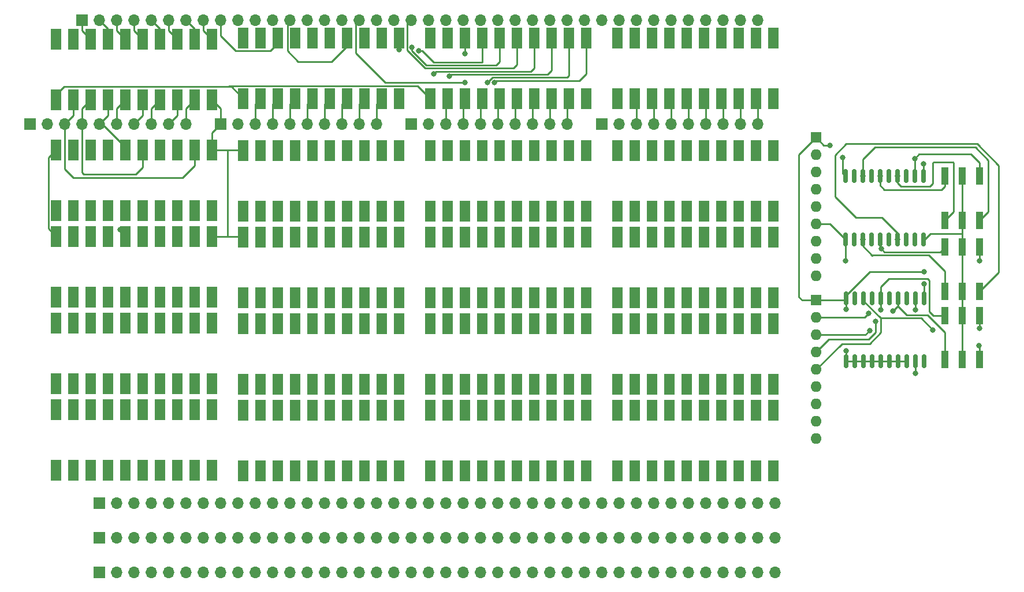
<source format=gbr>
%TF.GenerationSoftware,KiCad,Pcbnew,(6.0.6)*%
%TF.CreationDate,2022-07-29T18:16:28+02:00*%
%TF.ProjectId,csr,6373722e-6b69-4636-9164-5f7063625858,rev?*%
%TF.SameCoordinates,Original*%
%TF.FileFunction,Copper,L1,Top*%
%TF.FilePolarity,Positive*%
%FSLAX46Y46*%
G04 Gerber Fmt 4.6, Leading zero omitted, Abs format (unit mm)*
G04 Created by KiCad (PCBNEW (6.0.6)) date 2022-07-29 18:16:28*
%MOMM*%
%LPD*%
G01*
G04 APERTURE LIST*
G04 Aperture macros list*
%AMRoundRect*
0 Rectangle with rounded corners*
0 $1 Rounding radius*
0 $2 $3 $4 $5 $6 $7 $8 $9 X,Y pos of 4 corners*
0 Add a 4 corners polygon primitive as box body*
4,1,4,$2,$3,$4,$5,$6,$7,$8,$9,$2,$3,0*
0 Add four circle primitives for the rounded corners*
1,1,$1+$1,$2,$3*
1,1,$1+$1,$4,$5*
1,1,$1+$1,$6,$7*
1,1,$1+$1,$8,$9*
0 Add four rect primitives between the rounded corners*
20,1,$1+$1,$2,$3,$4,$5,0*
20,1,$1+$1,$4,$5,$6,$7,0*
20,1,$1+$1,$6,$7,$8,$9,0*
20,1,$1+$1,$8,$9,$2,$3,0*%
G04 Aperture macros list end*
%TA.AperFunction,SMDPad,CuDef*%
%ADD10R,1.600000X3.100000*%
%TD*%
%TA.AperFunction,ComponentPad*%
%ADD11R,1.700000X1.700000*%
%TD*%
%TA.AperFunction,ComponentPad*%
%ADD12O,1.700000X1.700000*%
%TD*%
%TA.AperFunction,SMDPad,CuDef*%
%ADD13RoundRect,0.150000X-0.150000X0.875000X-0.150000X-0.875000X0.150000X-0.875000X0.150000X0.875000X0*%
%TD*%
%TA.AperFunction,ComponentPad*%
%ADD14R,1.600000X1.600000*%
%TD*%
%TA.AperFunction,ComponentPad*%
%ADD15O,1.600000X1.600000*%
%TD*%
%TA.AperFunction,SMDPad,CuDef*%
%ADD16R,1.000000X2.500000*%
%TD*%
%TA.AperFunction,ViaPad*%
%ADD17C,0.800000*%
%TD*%
%TA.AperFunction,Conductor*%
%ADD18C,0.250000*%
%TD*%
G04 APERTURE END LIST*
D10*
%TO.P,U22,1,G1*%
%TO.N,~{enable}*%
X130556000Y-304927000D03*
%TO.P,U22,2,A0*%
%TO.N,cur24*%
X133096000Y-304927000D03*
%TO.P,U22,3,A1*%
%TO.N,cur25*%
X135636000Y-304927000D03*
%TO.P,U22,4,A2*%
%TO.N,cur26*%
X138176000Y-304927000D03*
%TO.P,U22,5,A3*%
%TO.N,cur27*%
X140716000Y-304927000D03*
%TO.P,U22,6,A4*%
%TO.N,cur28*%
X143256000Y-304927000D03*
%TO.P,U22,7,A5*%
%TO.N,cur29*%
X145796000Y-304927000D03*
%TO.P,U22,8,A6*%
%TO.N,cur30*%
X148336000Y-304927000D03*
%TO.P,U22,9,A7*%
%TO.N,cur31*%
X150876000Y-304927000D03*
%TO.P,U22,10,GND*%
%TO.N,GND*%
X153416000Y-304927000D03*
%TO.P,U22,11,Y7*%
%TO.N,out31*%
X153416000Y-296037000D03*
%TO.P,U22,12,Y6*%
%TO.N,out30*%
X150876000Y-296037000D03*
%TO.P,U22,13,Y5*%
%TO.N,out29*%
X148336000Y-296037000D03*
%TO.P,U22,14,Y4*%
%TO.N,out28*%
X145796000Y-296037000D03*
%TO.P,U22,15,Y3*%
%TO.N,out27*%
X143256000Y-296037000D03*
%TO.P,U22,16,Y2*%
%TO.N,out26*%
X140716000Y-296037000D03*
%TO.P,U22,17,Y1*%
%TO.N,out25*%
X138176000Y-296037000D03*
%TO.P,U22,18,Y0*%
%TO.N,out24*%
X135636000Y-296037000D03*
%TO.P,U22,19,G2*%
%TO.N,~{read}*%
X133096000Y-296037000D03*
%TO.P,U22,20,VCC*%
%TO.N,+5V*%
X130556000Y-296037000D03*
%TD*%
%TO.P,U21,1,G1*%
%TO.N,~{enable}*%
X103124000Y-304927000D03*
%TO.P,U21,2,A0*%
%TO.N,cur16*%
X105664000Y-304927000D03*
%TO.P,U21,3,A1*%
%TO.N,cur17*%
X108204000Y-304927000D03*
%TO.P,U21,4,A2*%
%TO.N,cur18*%
X110744000Y-304927000D03*
%TO.P,U21,5,A3*%
%TO.N,cur19*%
X113284000Y-304927000D03*
%TO.P,U21,6,A4*%
%TO.N,cur20*%
X115824000Y-304927000D03*
%TO.P,U21,7,A5*%
%TO.N,cur21*%
X118364000Y-304927000D03*
%TO.P,U21,8,A6*%
%TO.N,cur22*%
X120904000Y-304927000D03*
%TO.P,U21,9,A7*%
%TO.N,cur23*%
X123444000Y-304927000D03*
%TO.P,U21,10,GND*%
%TO.N,GND*%
X125984000Y-304927000D03*
%TO.P,U21,11,Y7*%
%TO.N,out23*%
X125984000Y-296037000D03*
%TO.P,U21,12,Y6*%
%TO.N,out22*%
X123444000Y-296037000D03*
%TO.P,U21,13,Y5*%
%TO.N,out21*%
X120904000Y-296037000D03*
%TO.P,U21,14,Y4*%
%TO.N,out20*%
X118364000Y-296037000D03*
%TO.P,U21,15,Y3*%
%TO.N,out19*%
X115824000Y-296037000D03*
%TO.P,U21,16,Y2*%
%TO.N,out18*%
X113284000Y-296037000D03*
%TO.P,U21,17,Y1*%
%TO.N,out17*%
X110744000Y-296037000D03*
%TO.P,U21,18,Y0*%
%TO.N,out16*%
X108204000Y-296037000D03*
%TO.P,U21,19,G2*%
%TO.N,~{read}*%
X105664000Y-296037000D03*
%TO.P,U21,20,VCC*%
%TO.N,+5V*%
X103124000Y-296037000D03*
%TD*%
%TO.P,U20,20,VCC*%
%TO.N,+5V*%
X75692000Y-296037000D03*
%TO.P,U20,19,G2*%
%TO.N,~{read}*%
X78232000Y-296037000D03*
%TO.P,U20,18,Y0*%
%TO.N,out8*%
X80772000Y-296037000D03*
%TO.P,U20,17,Y1*%
%TO.N,out9*%
X83312000Y-296037000D03*
%TO.P,U20,16,Y2*%
%TO.N,out10*%
X85852000Y-296037000D03*
%TO.P,U20,15,Y3*%
%TO.N,out11*%
X88392000Y-296037000D03*
%TO.P,U20,14,Y4*%
%TO.N,out12*%
X90932000Y-296037000D03*
%TO.P,U20,13,Y5*%
%TO.N,out13*%
X93472000Y-296037000D03*
%TO.P,U20,12,Y6*%
%TO.N,out14*%
X96012000Y-296037000D03*
%TO.P,U20,11,Y7*%
%TO.N,out15*%
X98552000Y-296037000D03*
%TO.P,U20,10,GND*%
%TO.N,GND*%
X98552000Y-304927000D03*
%TO.P,U20,9,A7*%
%TO.N,cur15*%
X96012000Y-304927000D03*
%TO.P,U20,8,A6*%
%TO.N,cur14*%
X93472000Y-304927000D03*
%TO.P,U20,7,A5*%
%TO.N,cur13*%
X90932000Y-304927000D03*
%TO.P,U20,6,A4*%
%TO.N,cur12*%
X88392000Y-304927000D03*
%TO.P,U20,5,A3*%
%TO.N,cur11*%
X85852000Y-304927000D03*
%TO.P,U20,4,A2*%
%TO.N,cur10*%
X83312000Y-304927000D03*
%TO.P,U20,3,A1*%
%TO.N,cur9*%
X80772000Y-304927000D03*
%TO.P,U20,2,A0*%
%TO.N,cur8*%
X78232000Y-304927000D03*
%TO.P,U20,1,G1*%
%TO.N,~{enable}*%
X75692000Y-304927000D03*
%TD*%
%TO.P,U19,1,G1*%
%TO.N,~{enable}*%
X48260000Y-305054000D03*
%TO.P,U19,2,A0*%
%TO.N,cur0*%
X50800000Y-305054000D03*
%TO.P,U19,3,A1*%
%TO.N,cur1*%
X53340000Y-305054000D03*
%TO.P,U19,4,A2*%
%TO.N,cur2*%
X55880000Y-305054000D03*
%TO.P,U19,5,A3*%
%TO.N,cur3*%
X58420000Y-305054000D03*
%TO.P,U19,6,A4*%
%TO.N,cur4*%
X60960000Y-305054000D03*
%TO.P,U19,7,A5*%
%TO.N,cur5*%
X63500000Y-305054000D03*
%TO.P,U19,8,A6*%
%TO.N,cur6*%
X66040000Y-305054000D03*
%TO.P,U19,9,A7*%
%TO.N,cur7*%
X68580000Y-305054000D03*
%TO.P,U19,10,GND*%
%TO.N,GND*%
X71120000Y-305054000D03*
%TO.P,U19,11,Y7*%
%TO.N,out7*%
X71120000Y-296164000D03*
%TO.P,U19,12,Y6*%
%TO.N,out6*%
X68580000Y-296164000D03*
%TO.P,U19,13,Y5*%
%TO.N,out5*%
X66040000Y-296164000D03*
%TO.P,U19,14,Y4*%
%TO.N,out4*%
X63500000Y-296164000D03*
%TO.P,U19,15,Y3*%
%TO.N,out3*%
X60960000Y-296164000D03*
%TO.P,U19,16,Y2*%
%TO.N,out2*%
X58420000Y-296164000D03*
%TO.P,U19,17,Y1*%
%TO.N,out1*%
X55880000Y-296164000D03*
%TO.P,U19,18,Y0*%
%TO.N,out0*%
X53340000Y-296164000D03*
%TO.P,U19,19,G2*%
%TO.N,~{read}*%
X50800000Y-296164000D03*
%TO.P,U19,20,VCC*%
%TO.N,+5V*%
X48260000Y-296164000D03*
%TD*%
%TO.P,U18,1,~{E}*%
%TO.N,GND*%
X153416000Y-312547000D03*
%TO.P,U18,2,Q0*%
%TO.N,cur24*%
X150876000Y-312547000D03*
%TO.P,U18,3,D0*%
%TO.N,Net-(U15-Pad2)*%
X148336000Y-312547000D03*
%TO.P,U18,4,D1*%
%TO.N,Net-(U15-Pad5)*%
X145796000Y-312547000D03*
%TO.P,U18,5,Q1*%
%TO.N,cur25*%
X143256000Y-312547000D03*
%TO.P,U18,6,Q2*%
%TO.N,cur26*%
X140716000Y-312547000D03*
%TO.P,U18,7,D2*%
%TO.N,Net-(U15-Pad6)*%
X138176000Y-312547000D03*
%TO.P,U18,8,D3*%
%TO.N,Net-(U15-Pad9)*%
X135636000Y-312547000D03*
%TO.P,U18,9,Q3*%
%TO.N,cur27*%
X133096000Y-312547000D03*
%TO.P,U18,10,GND*%
%TO.N,GND*%
X130556000Y-312547000D03*
%TO.P,U18,11,CP*%
%TO.N,clkD*%
X130556000Y-321437000D03*
%TO.P,U18,12,Q4*%
%TO.N,cur28*%
X133096000Y-321437000D03*
%TO.P,U18,13,D4*%
%TO.N,Net-(U15-Pad12)*%
X135636000Y-321437000D03*
%TO.P,U18,14,D5*%
%TO.N,Net-(U15-Pad15)*%
X138176000Y-321437000D03*
%TO.P,U18,15,Q5*%
%TO.N,cur29*%
X140716000Y-321437000D03*
%TO.P,U18,16,Q6*%
%TO.N,cur30*%
X143256000Y-321437000D03*
%TO.P,U18,17,D6*%
%TO.N,Net-(U15-Pad16)*%
X145796000Y-321437000D03*
%TO.P,U18,18,D7*%
%TO.N,Net-(U15-Pad19)*%
X148336000Y-321437000D03*
%TO.P,U18,19,Q7*%
%TO.N,cur31*%
X150876000Y-321437000D03*
%TO.P,U18,20,VCC*%
%TO.N,+5V*%
X153416000Y-321437000D03*
%TD*%
%TO.P,U17,1,~{E}*%
%TO.N,GND*%
X125984000Y-312547000D03*
%TO.P,U17,2,Q0*%
%TO.N,cur16*%
X123444000Y-312547000D03*
%TO.P,U17,3,D0*%
%TO.N,Net-(U14-Pad2)*%
X120904000Y-312547000D03*
%TO.P,U17,4,D1*%
%TO.N,Net-(U14-Pad5)*%
X118364000Y-312547000D03*
%TO.P,U17,5,Q1*%
%TO.N,cur17*%
X115824000Y-312547000D03*
%TO.P,U17,6,Q2*%
%TO.N,cur18*%
X113284000Y-312547000D03*
%TO.P,U17,7,D2*%
%TO.N,Net-(U14-Pad6)*%
X110744000Y-312547000D03*
%TO.P,U17,8,D3*%
%TO.N,Net-(U14-Pad9)*%
X108204000Y-312547000D03*
%TO.P,U17,9,Q3*%
%TO.N,cur19*%
X105664000Y-312547000D03*
%TO.P,U17,10,GND*%
%TO.N,GND*%
X103124000Y-312547000D03*
%TO.P,U17,11,CP*%
%TO.N,clkD*%
X103124000Y-321437000D03*
%TO.P,U17,12,Q4*%
%TO.N,cur20*%
X105664000Y-321437000D03*
%TO.P,U17,13,D4*%
%TO.N,Net-(U14-Pad12)*%
X108204000Y-321437000D03*
%TO.P,U17,14,D5*%
%TO.N,Net-(U14-Pad15)*%
X110744000Y-321437000D03*
%TO.P,U17,15,Q5*%
%TO.N,cur21*%
X113284000Y-321437000D03*
%TO.P,U17,16,Q6*%
%TO.N,cur22*%
X115824000Y-321437000D03*
%TO.P,U17,17,D6*%
%TO.N,Net-(U14-Pad16)*%
X118364000Y-321437000D03*
%TO.P,U17,18,D7*%
%TO.N,Net-(U14-Pad19)*%
X120904000Y-321437000D03*
%TO.P,U17,19,Q7*%
%TO.N,cur23*%
X123444000Y-321437000D03*
%TO.P,U17,20,VCC*%
%TO.N,+5V*%
X125984000Y-321437000D03*
%TD*%
%TO.P,U16,1,~{E}*%
%TO.N,GND*%
X98552000Y-312547000D03*
%TO.P,U16,2,Q0*%
%TO.N,cur8*%
X96012000Y-312547000D03*
%TO.P,U16,3,D0*%
%TO.N,Net-(U13-Pad2)*%
X93472000Y-312547000D03*
%TO.P,U16,4,D1*%
%TO.N,Net-(U13-Pad5)*%
X90932000Y-312547000D03*
%TO.P,U16,5,Q1*%
%TO.N,cur9*%
X88392000Y-312547000D03*
%TO.P,U16,6,Q2*%
%TO.N,cur10*%
X85852000Y-312547000D03*
%TO.P,U16,7,D2*%
%TO.N,Net-(U13-Pad6)*%
X83312000Y-312547000D03*
%TO.P,U16,8,D3*%
%TO.N,Net-(U13-Pad9)*%
X80772000Y-312547000D03*
%TO.P,U16,9,Q3*%
%TO.N,cur11*%
X78232000Y-312547000D03*
%TO.P,U16,10,GND*%
%TO.N,GND*%
X75692000Y-312547000D03*
%TO.P,U16,11,CP*%
%TO.N,clkD*%
X75692000Y-321437000D03*
%TO.P,U16,12,Q4*%
%TO.N,cur12*%
X78232000Y-321437000D03*
%TO.P,U16,13,D4*%
%TO.N,Net-(U13-Pad12)*%
X80772000Y-321437000D03*
%TO.P,U16,14,D5*%
%TO.N,Net-(U13-Pad15)*%
X83312000Y-321437000D03*
%TO.P,U16,15,Q5*%
%TO.N,cur13*%
X85852000Y-321437000D03*
%TO.P,U16,16,Q6*%
%TO.N,cur14*%
X88392000Y-321437000D03*
%TO.P,U16,17,D6*%
%TO.N,Net-(U13-Pad16)*%
X90932000Y-321437000D03*
%TO.P,U16,18,D7*%
%TO.N,Net-(U13-Pad19)*%
X93472000Y-321437000D03*
%TO.P,U16,19,Q7*%
%TO.N,cur15*%
X96012000Y-321437000D03*
%TO.P,U16,20,VCC*%
%TO.N,+5V*%
X98552000Y-321437000D03*
%TD*%
%TO.P,U15,1,~{E}*%
%TO.N,GND*%
X153416000Y-325247000D03*
%TO.P,U15,2,Q0*%
%TO.N,Net-(U15-Pad2)*%
X150876000Y-325247000D03*
%TO.P,U15,3,D0*%
%TO.N,next24*%
X148336000Y-325247000D03*
%TO.P,U15,4,D1*%
%TO.N,next25*%
X145796000Y-325247000D03*
%TO.P,U15,5,Q1*%
%TO.N,Net-(U15-Pad5)*%
X143256000Y-325247000D03*
%TO.P,U15,6,Q2*%
%TO.N,Net-(U15-Pad6)*%
X140716000Y-325247000D03*
%TO.P,U15,7,D2*%
%TO.N,next26*%
X138176000Y-325247000D03*
%TO.P,U15,8,D3*%
%TO.N,next27*%
X135636000Y-325247000D03*
%TO.P,U15,9,Q3*%
%TO.N,Net-(U15-Pad9)*%
X133096000Y-325247000D03*
%TO.P,U15,10,GND*%
%TO.N,GND*%
X130556000Y-325247000D03*
%TO.P,U15,11,CP*%
%TO.N,clkL*%
X130556000Y-334137000D03*
%TO.P,U15,12,Q4*%
%TO.N,Net-(U15-Pad12)*%
X133096000Y-334137000D03*
%TO.P,U15,13,D4*%
%TO.N,next28*%
X135636000Y-334137000D03*
%TO.P,U15,14,D5*%
%TO.N,next29*%
X138176000Y-334137000D03*
%TO.P,U15,15,Q5*%
%TO.N,Net-(U15-Pad15)*%
X140716000Y-334137000D03*
%TO.P,U15,16,Q6*%
%TO.N,Net-(U15-Pad16)*%
X143256000Y-334137000D03*
%TO.P,U15,17,D6*%
%TO.N,next30*%
X145796000Y-334137000D03*
%TO.P,U15,18,D7*%
%TO.N,next31*%
X148336000Y-334137000D03*
%TO.P,U15,19,Q7*%
%TO.N,Net-(U15-Pad19)*%
X150876000Y-334137000D03*
%TO.P,U15,20,VCC*%
%TO.N,+5V*%
X153416000Y-334137000D03*
%TD*%
%TO.P,U14,1,~{E}*%
%TO.N,GND*%
X125984000Y-325247000D03*
%TO.P,U14,2,Q0*%
%TO.N,Net-(U14-Pad2)*%
X123444000Y-325247000D03*
%TO.P,U14,3,D0*%
%TO.N,next16*%
X120904000Y-325247000D03*
%TO.P,U14,4,D1*%
%TO.N,next17*%
X118364000Y-325247000D03*
%TO.P,U14,5,Q1*%
%TO.N,Net-(U14-Pad5)*%
X115824000Y-325247000D03*
%TO.P,U14,6,Q2*%
%TO.N,Net-(U14-Pad6)*%
X113284000Y-325247000D03*
%TO.P,U14,7,D2*%
%TO.N,next18*%
X110744000Y-325247000D03*
%TO.P,U14,8,D3*%
%TO.N,next19*%
X108204000Y-325247000D03*
%TO.P,U14,9,Q3*%
%TO.N,Net-(U14-Pad9)*%
X105664000Y-325247000D03*
%TO.P,U14,10,GND*%
%TO.N,GND*%
X103124000Y-325247000D03*
%TO.P,U14,11,CP*%
%TO.N,clkL*%
X103124000Y-334137000D03*
%TO.P,U14,12,Q4*%
%TO.N,Net-(U14-Pad12)*%
X105664000Y-334137000D03*
%TO.P,U14,13,D4*%
%TO.N,next20*%
X108204000Y-334137000D03*
%TO.P,U14,14,D5*%
%TO.N,next21*%
X110744000Y-334137000D03*
%TO.P,U14,15,Q5*%
%TO.N,Net-(U14-Pad15)*%
X113284000Y-334137000D03*
%TO.P,U14,16,Q6*%
%TO.N,Net-(U14-Pad16)*%
X115824000Y-334137000D03*
%TO.P,U14,17,D6*%
%TO.N,next22*%
X118364000Y-334137000D03*
%TO.P,U14,18,D7*%
%TO.N,next23*%
X120904000Y-334137000D03*
%TO.P,U14,19,Q7*%
%TO.N,Net-(U14-Pad19)*%
X123444000Y-334137000D03*
%TO.P,U14,20,VCC*%
%TO.N,+5V*%
X125984000Y-334137000D03*
%TD*%
%TO.P,U13,1,~{E}*%
%TO.N,GND*%
X98552000Y-325247000D03*
%TO.P,U13,2,Q0*%
%TO.N,Net-(U13-Pad2)*%
X96012000Y-325247000D03*
%TO.P,U13,3,D0*%
%TO.N,next8*%
X93472000Y-325247000D03*
%TO.P,U13,4,D1*%
%TO.N,next9*%
X90932000Y-325247000D03*
%TO.P,U13,5,Q1*%
%TO.N,Net-(U13-Pad5)*%
X88392000Y-325247000D03*
%TO.P,U13,6,Q2*%
%TO.N,Net-(U13-Pad6)*%
X85852000Y-325247000D03*
%TO.P,U13,7,D2*%
%TO.N,next10*%
X83312000Y-325247000D03*
%TO.P,U13,8,D3*%
%TO.N,next11*%
X80772000Y-325247000D03*
%TO.P,U13,9,Q3*%
%TO.N,Net-(U13-Pad9)*%
X78232000Y-325247000D03*
%TO.P,U13,10,GND*%
%TO.N,GND*%
X75692000Y-325247000D03*
%TO.P,U13,11,CP*%
%TO.N,clkL*%
X75692000Y-334137000D03*
%TO.P,U13,12,Q4*%
%TO.N,Net-(U13-Pad12)*%
X78232000Y-334137000D03*
%TO.P,U13,13,D4*%
%TO.N,next12*%
X80772000Y-334137000D03*
%TO.P,U13,14,D5*%
%TO.N,next13*%
X83312000Y-334137000D03*
%TO.P,U13,15,Q5*%
%TO.N,Net-(U13-Pad15)*%
X85852000Y-334137000D03*
%TO.P,U13,16,Q6*%
%TO.N,Net-(U13-Pad16)*%
X88392000Y-334137000D03*
%TO.P,U13,17,D6*%
%TO.N,next14*%
X90932000Y-334137000D03*
%TO.P,U13,18,D7*%
%TO.N,next15*%
X93472000Y-334137000D03*
%TO.P,U13,19,Q7*%
%TO.N,Net-(U13-Pad19)*%
X96012000Y-334137000D03*
%TO.P,U13,20,VCC*%
%TO.N,+5V*%
X98552000Y-334137000D03*
%TD*%
%TO.P,U12,1,G1*%
%TO.N,GND*%
X130556000Y-346837000D03*
%TO.P,U12,2,A0*%
%TO.N,cur24*%
X133096000Y-346837000D03*
%TO.P,U12,3,A1*%
%TO.N,cur25*%
X135636000Y-346837000D03*
%TO.P,U12,4,A2*%
%TO.N,cur26*%
X138176000Y-346837000D03*
%TO.P,U12,5,A3*%
%TO.N,cur27*%
X140716000Y-346837000D03*
%TO.P,U12,6,A4*%
%TO.N,cur28*%
X143256000Y-346837000D03*
%TO.P,U12,7,A5*%
%TO.N,cur29*%
X145796000Y-346837000D03*
%TO.P,U12,8,A6*%
%TO.N,cur30*%
X148336000Y-346837000D03*
%TO.P,U12,9,A7*%
%TO.N,cur31*%
X150876000Y-346837000D03*
%TO.P,U12,10,GND*%
%TO.N,GND*%
X153416000Y-346837000D03*
%TO.P,U12,11,Y7*%
%TO.N,next31*%
X153416000Y-337947000D03*
%TO.P,U12,12,Y6*%
%TO.N,next30*%
X150876000Y-337947000D03*
%TO.P,U12,13,Y5*%
%TO.N,next29*%
X148336000Y-337947000D03*
%TO.P,U12,14,Y4*%
%TO.N,next28*%
X145796000Y-337947000D03*
%TO.P,U12,15,Y3*%
%TO.N,next27*%
X143256000Y-337947000D03*
%TO.P,U12,16,Y2*%
%TO.N,next26*%
X140716000Y-337947000D03*
%TO.P,U12,17,Y1*%
%TO.N,next25*%
X138176000Y-337947000D03*
%TO.P,U12,18,Y0*%
%TO.N,next24*%
X135636000Y-337947000D03*
%TO.P,U12,19,G2*%
%TO.N,write*%
X133096000Y-337947000D03*
%TO.P,U12,20,VCC*%
%TO.N,+5V*%
X130556000Y-337947000D03*
%TD*%
%TO.P,U11,1,G1*%
%TO.N,GND*%
X103124000Y-346837000D03*
%TO.P,U11,2,A0*%
%TO.N,cur16*%
X105664000Y-346837000D03*
%TO.P,U11,3,A1*%
%TO.N,cur17*%
X108204000Y-346837000D03*
%TO.P,U11,4,A2*%
%TO.N,cur18*%
X110744000Y-346837000D03*
%TO.P,U11,5,A3*%
%TO.N,cur19*%
X113284000Y-346837000D03*
%TO.P,U11,6,A4*%
%TO.N,cur20*%
X115824000Y-346837000D03*
%TO.P,U11,7,A5*%
%TO.N,cur21*%
X118364000Y-346837000D03*
%TO.P,U11,8,A6*%
%TO.N,cur22*%
X120904000Y-346837000D03*
%TO.P,U11,9,A7*%
%TO.N,cur23*%
X123444000Y-346837000D03*
%TO.P,U11,10,GND*%
%TO.N,GND*%
X125984000Y-346837000D03*
%TO.P,U11,11,Y7*%
%TO.N,next23*%
X125984000Y-337947000D03*
%TO.P,U11,12,Y6*%
%TO.N,next22*%
X123444000Y-337947000D03*
%TO.P,U11,13,Y5*%
%TO.N,next21*%
X120904000Y-337947000D03*
%TO.P,U11,14,Y4*%
%TO.N,next20*%
X118364000Y-337947000D03*
%TO.P,U11,15,Y3*%
%TO.N,next19*%
X115824000Y-337947000D03*
%TO.P,U11,16,Y2*%
%TO.N,next18*%
X113284000Y-337947000D03*
%TO.P,U11,17,Y1*%
%TO.N,next17*%
X110744000Y-337947000D03*
%TO.P,U11,18,Y0*%
%TO.N,next16*%
X108204000Y-337947000D03*
%TO.P,U11,19,G2*%
%TO.N,write*%
X105664000Y-337947000D03*
%TO.P,U11,20,VCC*%
%TO.N,+5V*%
X103124000Y-337947000D03*
%TD*%
%TO.P,U10,1,G1*%
%TO.N,GND*%
X75692000Y-346837000D03*
%TO.P,U10,2,A0*%
%TO.N,cur8*%
X78232000Y-346837000D03*
%TO.P,U10,3,A1*%
%TO.N,cur9*%
X80772000Y-346837000D03*
%TO.P,U10,4,A2*%
%TO.N,cur10*%
X83312000Y-346837000D03*
%TO.P,U10,5,A3*%
%TO.N,cur11*%
X85852000Y-346837000D03*
%TO.P,U10,6,A4*%
%TO.N,cur12*%
X88392000Y-346837000D03*
%TO.P,U10,7,A5*%
%TO.N,cur13*%
X90932000Y-346837000D03*
%TO.P,U10,8,A6*%
%TO.N,cur14*%
X93472000Y-346837000D03*
%TO.P,U10,9,A7*%
%TO.N,cur15*%
X96012000Y-346837000D03*
%TO.P,U10,10,GND*%
%TO.N,GND*%
X98552000Y-346837000D03*
%TO.P,U10,11,Y7*%
%TO.N,next15*%
X98552000Y-337947000D03*
%TO.P,U10,12,Y6*%
%TO.N,next14*%
X96012000Y-337947000D03*
%TO.P,U10,13,Y5*%
%TO.N,next13*%
X93472000Y-337947000D03*
%TO.P,U10,14,Y4*%
%TO.N,next12*%
X90932000Y-337947000D03*
%TO.P,U10,15,Y3*%
%TO.N,next11*%
X88392000Y-337947000D03*
%TO.P,U10,16,Y2*%
%TO.N,next10*%
X85852000Y-337947000D03*
%TO.P,U10,17,Y1*%
%TO.N,next9*%
X83312000Y-337947000D03*
%TO.P,U10,18,Y0*%
%TO.N,next8*%
X80772000Y-337947000D03*
%TO.P,U10,19,G2*%
%TO.N,write*%
X78232000Y-337947000D03*
%TO.P,U10,20,VCC*%
%TO.N,+5V*%
X75692000Y-337947000D03*
%TD*%
%TO.P,U9,1,G1*%
%TO.N,GND*%
X48260000Y-346710000D03*
%TO.P,U9,2,A0*%
%TO.N,cur0*%
X50800000Y-346710000D03*
%TO.P,U9,3,A1*%
%TO.N,cur1*%
X53340000Y-346710000D03*
%TO.P,U9,4,A2*%
%TO.N,cur2*%
X55880000Y-346710000D03*
%TO.P,U9,5,A3*%
%TO.N,cur3*%
X58420000Y-346710000D03*
%TO.P,U9,6,A4*%
%TO.N,cur4*%
X60960000Y-346710000D03*
%TO.P,U9,7,A5*%
%TO.N,cur5*%
X63500000Y-346710000D03*
%TO.P,U9,8,A6*%
%TO.N,cur6*%
X66040000Y-346710000D03*
%TO.P,U9,9,A7*%
%TO.N,cur7*%
X68580000Y-346710000D03*
%TO.P,U9,10,GND*%
%TO.N,GND*%
X71120000Y-346710000D03*
%TO.P,U9,11,Y7*%
%TO.N,next7*%
X71120000Y-337820000D03*
%TO.P,U9,12,Y6*%
%TO.N,next6*%
X68580000Y-337820000D03*
%TO.P,U9,13,Y5*%
%TO.N,next5*%
X66040000Y-337820000D03*
%TO.P,U9,14,Y4*%
%TO.N,next4*%
X63500000Y-337820000D03*
%TO.P,U9,15,Y3*%
%TO.N,next3*%
X60960000Y-337820000D03*
%TO.P,U9,16,Y2*%
%TO.N,next2*%
X58420000Y-337820000D03*
%TO.P,U9,17,Y1*%
%TO.N,next1*%
X55880000Y-337820000D03*
%TO.P,U9,18,Y0*%
%TO.N,next0*%
X53340000Y-337820000D03*
%TO.P,U9,19,G2*%
%TO.N,write*%
X50800000Y-337820000D03*
%TO.P,U9,20,VCC*%
%TO.N,+5V*%
X48260000Y-337820000D03*
%TD*%
%TO.P,U8,1,G1*%
%TO.N,GND*%
X130556000Y-359537000D03*
%TO.P,U8,2,A0*%
%TO.N,in24*%
X133096000Y-359537000D03*
%TO.P,U8,3,A1*%
%TO.N,in25*%
X135636000Y-359537000D03*
%TO.P,U8,4,A2*%
%TO.N,in26*%
X138176000Y-359537000D03*
%TO.P,U8,5,A3*%
%TO.N,in27*%
X140716000Y-359537000D03*
%TO.P,U8,6,A4*%
%TO.N,in28*%
X143256000Y-359537000D03*
%TO.P,U8,7,A5*%
%TO.N,in29*%
X145796000Y-359537000D03*
%TO.P,U8,8,A6*%
%TO.N,in30*%
X148336000Y-359537000D03*
%TO.P,U8,9,A7*%
%TO.N,in31*%
X150876000Y-359537000D03*
%TO.P,U8,10,GND*%
%TO.N,GND*%
X153416000Y-359537000D03*
%TO.P,U8,11,Y7*%
%TO.N,next31*%
X153416000Y-350647000D03*
%TO.P,U8,12,Y6*%
%TO.N,next30*%
X150876000Y-350647000D03*
%TO.P,U8,13,Y5*%
%TO.N,next29*%
X148336000Y-350647000D03*
%TO.P,U8,14,Y4*%
%TO.N,next28*%
X145796000Y-350647000D03*
%TO.P,U8,15,Y3*%
%TO.N,next27*%
X143256000Y-350647000D03*
%TO.P,U8,16,Y2*%
%TO.N,next26*%
X140716000Y-350647000D03*
%TO.P,U8,17,Y1*%
%TO.N,next25*%
X138176000Y-350647000D03*
%TO.P,U8,18,Y0*%
%TO.N,next24*%
X135636000Y-350647000D03*
%TO.P,U8,19,G2*%
%TO.N,~{write}*%
X133096000Y-350647000D03*
%TO.P,U8,20,VCC*%
%TO.N,+5V*%
X130556000Y-350647000D03*
%TD*%
%TO.P,U7,1,G1*%
%TO.N,GND*%
X103124000Y-359537000D03*
%TO.P,U7,2,A0*%
%TO.N,in16*%
X105664000Y-359537000D03*
%TO.P,U7,3,A1*%
%TO.N,in17*%
X108204000Y-359537000D03*
%TO.P,U7,4,A2*%
%TO.N,in18*%
X110744000Y-359537000D03*
%TO.P,U7,5,A3*%
%TO.N,in19*%
X113284000Y-359537000D03*
%TO.P,U7,6,A4*%
%TO.N,in20*%
X115824000Y-359537000D03*
%TO.P,U7,7,A5*%
%TO.N,in21*%
X118364000Y-359537000D03*
%TO.P,U7,8,A6*%
%TO.N,in22*%
X120904000Y-359537000D03*
%TO.P,U7,9,A7*%
%TO.N,in23*%
X123444000Y-359537000D03*
%TO.P,U7,10,GND*%
%TO.N,GND*%
X125984000Y-359537000D03*
%TO.P,U7,11,Y7*%
%TO.N,next23*%
X125984000Y-350647000D03*
%TO.P,U7,12,Y6*%
%TO.N,next22*%
X123444000Y-350647000D03*
%TO.P,U7,13,Y5*%
%TO.N,next21*%
X120904000Y-350647000D03*
%TO.P,U7,14,Y4*%
%TO.N,next20*%
X118364000Y-350647000D03*
%TO.P,U7,15,Y3*%
%TO.N,next19*%
X115824000Y-350647000D03*
%TO.P,U7,16,Y2*%
%TO.N,next18*%
X113284000Y-350647000D03*
%TO.P,U7,17,Y1*%
%TO.N,next17*%
X110744000Y-350647000D03*
%TO.P,U7,18,Y0*%
%TO.N,next16*%
X108204000Y-350647000D03*
%TO.P,U7,19,G2*%
%TO.N,~{write}*%
X105664000Y-350647000D03*
%TO.P,U7,20,VCC*%
%TO.N,+5V*%
X103124000Y-350647000D03*
%TD*%
%TO.P,U6,1,G1*%
%TO.N,GND*%
X75692000Y-359537000D03*
%TO.P,U6,2,A0*%
%TO.N,in8*%
X78232000Y-359537000D03*
%TO.P,U6,3,A1*%
%TO.N,in9*%
X80772000Y-359537000D03*
%TO.P,U6,4,A2*%
%TO.N,in10*%
X83312000Y-359537000D03*
%TO.P,U6,5,A3*%
%TO.N,in11*%
X85852000Y-359537000D03*
%TO.P,U6,6,A4*%
%TO.N,in12*%
X88392000Y-359537000D03*
%TO.P,U6,7,A5*%
%TO.N,in13*%
X90932000Y-359537000D03*
%TO.P,U6,8,A6*%
%TO.N,in14*%
X93472000Y-359537000D03*
%TO.P,U6,9,A7*%
%TO.N,in15*%
X96012000Y-359537000D03*
%TO.P,U6,10,GND*%
%TO.N,GND*%
X98552000Y-359537000D03*
%TO.P,U6,11,Y7*%
%TO.N,next15*%
X98552000Y-350647000D03*
%TO.P,U6,12,Y6*%
%TO.N,next14*%
X96012000Y-350647000D03*
%TO.P,U6,13,Y5*%
%TO.N,next13*%
X93472000Y-350647000D03*
%TO.P,U6,14,Y4*%
%TO.N,next12*%
X90932000Y-350647000D03*
%TO.P,U6,15,Y3*%
%TO.N,next11*%
X88392000Y-350647000D03*
%TO.P,U6,16,Y2*%
%TO.N,next10*%
X85852000Y-350647000D03*
%TO.P,U6,17,Y1*%
%TO.N,next9*%
X83312000Y-350647000D03*
%TO.P,U6,18,Y0*%
%TO.N,next8*%
X80772000Y-350647000D03*
%TO.P,U6,19,G2*%
%TO.N,~{write}*%
X78232000Y-350647000D03*
%TO.P,U6,20,VCC*%
%TO.N,+5V*%
X75692000Y-350647000D03*
%TD*%
%TO.P,U5,1,G1*%
%TO.N,GND*%
X48260000Y-359410000D03*
%TO.P,U5,2,A0*%
%TO.N,in0*%
X50800000Y-359410000D03*
%TO.P,U5,3,A1*%
%TO.N,in1*%
X53340000Y-359410000D03*
%TO.P,U5,4,A2*%
%TO.N,in2*%
X55880000Y-359410000D03*
%TO.P,U5,5,A3*%
%TO.N,in3*%
X58420000Y-359410000D03*
%TO.P,U5,6,A4*%
%TO.N,in4*%
X60960000Y-359410000D03*
%TO.P,U5,7,A5*%
%TO.N,in5*%
X63500000Y-359410000D03*
%TO.P,U5,8,A6*%
%TO.N,in6*%
X66040000Y-359410000D03*
%TO.P,U5,9,A7*%
%TO.N,in7*%
X68580000Y-359410000D03*
%TO.P,U5,10,GND*%
%TO.N,GND*%
X71120000Y-359410000D03*
%TO.P,U5,11,Y7*%
%TO.N,next7*%
X71120000Y-350520000D03*
%TO.P,U5,12,Y6*%
%TO.N,next6*%
X68580000Y-350520000D03*
%TO.P,U5,13,Y5*%
%TO.N,next5*%
X66040000Y-350520000D03*
%TO.P,U5,14,Y4*%
%TO.N,next4*%
X63500000Y-350520000D03*
%TO.P,U5,15,Y3*%
%TO.N,next3*%
X60960000Y-350520000D03*
%TO.P,U5,16,Y2*%
%TO.N,next2*%
X58420000Y-350520000D03*
%TO.P,U5,17,Y1*%
%TO.N,next1*%
X55880000Y-350520000D03*
%TO.P,U5,18,Y0*%
%TO.N,next0*%
X53340000Y-350520000D03*
%TO.P,U5,19,G2*%
%TO.N,~{write}*%
X50800000Y-350520000D03*
%TO.P,U5,20,VCC*%
%TO.N,+5V*%
X48260000Y-350520000D03*
%TD*%
D11*
%TO.P,J8,1,Pin_1*%
%TO.N,in0*%
X54610000Y-364236000D03*
D12*
%TO.P,J8,2,Pin_2*%
%TO.N,in1*%
X57150000Y-364236000D03*
%TO.P,J8,3,Pin_3*%
%TO.N,in2*%
X59690000Y-364236000D03*
%TO.P,J8,4,Pin_4*%
%TO.N,in3*%
X62230000Y-364236000D03*
%TO.P,J8,5,Pin_5*%
%TO.N,in4*%
X64770000Y-364236000D03*
%TO.P,J8,6,Pin_6*%
%TO.N,in5*%
X67310000Y-364236000D03*
%TO.P,J8,7,Pin_7*%
%TO.N,in6*%
X69850000Y-364236000D03*
%TO.P,J8,8,Pin_8*%
%TO.N,in7*%
X72390000Y-364236000D03*
%TO.P,J8,9,Pin_9*%
%TO.N,in8*%
X74930000Y-364236000D03*
%TO.P,J8,10,Pin_10*%
%TO.N,in9*%
X77470000Y-364236000D03*
%TO.P,J8,11,Pin_11*%
%TO.N,in10*%
X80010000Y-364236000D03*
%TO.P,J8,12,Pin_12*%
%TO.N,in11*%
X82550000Y-364236000D03*
%TO.P,J8,13,Pin_13*%
%TO.N,in12*%
X85090000Y-364236000D03*
%TO.P,J8,14,Pin_14*%
%TO.N,in13*%
X87630000Y-364236000D03*
%TO.P,J8,15,Pin_15*%
%TO.N,in14*%
X90170000Y-364236000D03*
%TO.P,J8,16,Pin_16*%
%TO.N,in15*%
X92710000Y-364236000D03*
%TO.P,J8,17,Pin_17*%
%TO.N,in16*%
X95250000Y-364236000D03*
%TO.P,J8,18,Pin_18*%
%TO.N,in17*%
X97790000Y-364236000D03*
%TO.P,J8,19,Pin_19*%
%TO.N,in18*%
X100330000Y-364236000D03*
%TO.P,J8,20,Pin_20*%
%TO.N,in19*%
X102870000Y-364236000D03*
%TO.P,J8,21,Pin_21*%
%TO.N,in20*%
X105410000Y-364236000D03*
%TO.P,J8,22,Pin_22*%
%TO.N,in21*%
X107950000Y-364236000D03*
%TO.P,J8,23,Pin_23*%
%TO.N,in22*%
X110490000Y-364236000D03*
%TO.P,J8,24,Pin_24*%
%TO.N,in23*%
X113030000Y-364236000D03*
%TO.P,J8,25,Pin_25*%
%TO.N,in24*%
X115570000Y-364236000D03*
%TO.P,J8,26,Pin_26*%
%TO.N,in25*%
X118110000Y-364236000D03*
%TO.P,J8,27,Pin_27*%
%TO.N,in26*%
X120650000Y-364236000D03*
%TO.P,J8,28,Pin_28*%
%TO.N,in27*%
X123190000Y-364236000D03*
%TO.P,J8,29,Pin_29*%
%TO.N,in28*%
X125730000Y-364236000D03*
%TO.P,J8,30,Pin_30*%
%TO.N,in29*%
X128270000Y-364236000D03*
%TO.P,J8,31,Pin_31*%
%TO.N,in30*%
X130810000Y-364236000D03*
%TO.P,J8,32,Pin_32*%
%TO.N,in31*%
X133350000Y-364236000D03*
%TO.P,J8,33,Pin_33*%
%TO.N,unconnected-(J8-Pad33)*%
X135890000Y-364236000D03*
%TO.P,J8,34,Pin_34*%
%TO.N,~{write}*%
X138430000Y-364236000D03*
%TO.P,J8,35,Pin_35*%
%TO.N,unconnected-(J8-Pad35)*%
X140970000Y-364236000D03*
%TO.P,J8,36,Pin_36*%
%TO.N,unconnected-(J8-Pad36)*%
X143510000Y-364236000D03*
%TO.P,J8,37,Pin_37*%
%TO.N,unconnected-(J8-Pad37)*%
X146050000Y-364236000D03*
%TO.P,J8,38,Pin_38*%
%TO.N,unconnected-(J8-Pad38)*%
X148590000Y-364236000D03*
%TO.P,J8,39,Pin_39*%
%TO.N,unconnected-(J8-Pad39)*%
X151130000Y-364236000D03*
%TO.P,J8,40,Pin_40*%
%TO.N,unconnected-(J8-Pad40)*%
X153670000Y-364236000D03*
%TD*%
D11*
%TO.P,J7,1,Pin_1*%
%TO.N,cin0*%
X54610000Y-369316000D03*
D12*
%TO.P,J7,2,Pin_2*%
%TO.N,cin1*%
X57150000Y-369316000D03*
%TO.P,J7,3,Pin_3*%
%TO.N,cin2*%
X59690000Y-369316000D03*
%TO.P,J7,4,Pin_4*%
%TO.N,cin3*%
X62230000Y-369316000D03*
%TO.P,J7,5,Pin_5*%
%TO.N,cin4*%
X64770000Y-369316000D03*
%TO.P,J7,6,Pin_6*%
%TO.N,cin5*%
X67310000Y-369316000D03*
%TO.P,J7,7,Pin_7*%
%TO.N,cin6*%
X69850000Y-369316000D03*
%TO.P,J7,8,Pin_8*%
%TO.N,cin7*%
X72390000Y-369316000D03*
%TO.P,J7,9,Pin_9*%
%TO.N,cin8*%
X74930000Y-369316000D03*
%TO.P,J7,10,Pin_10*%
%TO.N,cin9*%
X77470000Y-369316000D03*
%TO.P,J7,11,Pin_11*%
%TO.N,cin10*%
X80010000Y-369316000D03*
%TO.P,J7,12,Pin_12*%
%TO.N,cin11*%
X82550000Y-369316000D03*
%TO.P,J7,13,Pin_13*%
%TO.N,cin12*%
X85090000Y-369316000D03*
%TO.P,J7,14,Pin_14*%
%TO.N,cin13*%
X87630000Y-369316000D03*
%TO.P,J7,15,Pin_15*%
%TO.N,cin14*%
X90170000Y-369316000D03*
%TO.P,J7,16,Pin_16*%
%TO.N,cin15*%
X92710000Y-369316000D03*
%TO.P,J7,17,Pin_17*%
%TO.N,cin16*%
X95250000Y-369316000D03*
%TO.P,J7,18,Pin_18*%
%TO.N,cin17*%
X97790000Y-369316000D03*
%TO.P,J7,19,Pin_19*%
%TO.N,cin18*%
X100330000Y-369316000D03*
%TO.P,J7,20,Pin_20*%
%TO.N,cin19*%
X102870000Y-369316000D03*
%TO.P,J7,21,Pin_21*%
%TO.N,cin20*%
X105410000Y-369316000D03*
%TO.P,J7,22,Pin_22*%
%TO.N,cin21*%
X107950000Y-369316000D03*
%TO.P,J7,23,Pin_23*%
%TO.N,cin22*%
X110490000Y-369316000D03*
%TO.P,J7,24,Pin_24*%
%TO.N,cin23*%
X113030000Y-369316000D03*
%TO.P,J7,25,Pin_25*%
%TO.N,cin24*%
X115570000Y-369316000D03*
%TO.P,J7,26,Pin_26*%
%TO.N,cin25*%
X118110000Y-369316000D03*
%TO.P,J7,27,Pin_27*%
%TO.N,cin26*%
X120650000Y-369316000D03*
%TO.P,J7,28,Pin_28*%
%TO.N,cin27*%
X123190000Y-369316000D03*
%TO.P,J7,29,Pin_29*%
%TO.N,cin28*%
X125730000Y-369316000D03*
%TO.P,J7,30,Pin_30*%
%TO.N,cin29*%
X128270000Y-369316000D03*
%TO.P,J7,31,Pin_31*%
%TO.N,cin30*%
X130810000Y-369316000D03*
%TO.P,J7,32,Pin_32*%
%TO.N,cin31*%
X133350000Y-369316000D03*
%TO.P,J7,33,Pin_33*%
%TO.N,unconnected-(J7-Pad33)*%
X135890000Y-369316000D03*
%TO.P,J7,34,Pin_34*%
%TO.N,~{cwrite}*%
X138430000Y-369316000D03*
%TO.P,J7,35,Pin_35*%
%TO.N,unconnected-(J7-Pad35)*%
X140970000Y-369316000D03*
%TO.P,J7,36,Pin_36*%
%TO.N,unconnected-(J7-Pad36)*%
X143510000Y-369316000D03*
%TO.P,J7,37,Pin_37*%
%TO.N,unconnected-(J7-Pad37)*%
X146050000Y-369316000D03*
%TO.P,J7,38,Pin_38*%
%TO.N,unconnected-(J7-Pad38)*%
X148590000Y-369316000D03*
%TO.P,J7,39,Pin_39*%
%TO.N,+5V*%
X151130000Y-369316000D03*
%TO.P,J7,40,Pin_40*%
%TO.N,GND*%
X153670000Y-369316000D03*
%TD*%
D11*
%TO.P,J6,1,Pin_1*%
%TO.N,GND*%
X128270000Y-308610000D03*
D12*
%TO.P,J6,2,Pin_2*%
%TO.N,+5V*%
X130810000Y-308610000D03*
%TO.P,J6,3,Pin_3*%
%TO.N,cur24*%
X133350000Y-308610000D03*
%TO.P,J6,4,Pin_4*%
%TO.N,cur25*%
X135890000Y-308610000D03*
%TO.P,J6,5,Pin_5*%
%TO.N,cur26*%
X138430000Y-308610000D03*
%TO.P,J6,6,Pin_6*%
%TO.N,cur27*%
X140970000Y-308610000D03*
%TO.P,J6,7,Pin_7*%
%TO.N,cur28*%
X143510000Y-308610000D03*
%TO.P,J6,8,Pin_8*%
%TO.N,cur29*%
X146050000Y-308610000D03*
%TO.P,J6,9,Pin_9*%
%TO.N,cur30*%
X148590000Y-308610000D03*
%TO.P,J6,10,Pin_10*%
%TO.N,cur31*%
X151130000Y-308610000D03*
%TD*%
D11*
%TO.P,J5,1,Pin_1*%
%TO.N,GND*%
X100330000Y-308610000D03*
D12*
%TO.P,J5,2,Pin_2*%
%TO.N,+5V*%
X102870000Y-308610000D03*
%TO.P,J5,3,Pin_3*%
%TO.N,cur16*%
X105410000Y-308610000D03*
%TO.P,J5,4,Pin_4*%
%TO.N,cur17*%
X107950000Y-308610000D03*
%TO.P,J5,5,Pin_5*%
%TO.N,cur18*%
X110490000Y-308610000D03*
%TO.P,J5,6,Pin_6*%
%TO.N,cur19*%
X113030000Y-308610000D03*
%TO.P,J5,7,Pin_7*%
%TO.N,cur20*%
X115570000Y-308610000D03*
%TO.P,J5,8,Pin_8*%
%TO.N,cur21*%
X118110000Y-308610000D03*
%TO.P,J5,9,Pin_9*%
%TO.N,cur22*%
X120650000Y-308610000D03*
%TO.P,J5,10,Pin_10*%
%TO.N,cur23*%
X123190000Y-308610000D03*
%TD*%
D11*
%TO.P,J4,1,Pin_1*%
%TO.N,GND*%
X72390000Y-308610000D03*
D12*
%TO.P,J4,2,Pin_2*%
%TO.N,+5V*%
X74930000Y-308610000D03*
%TO.P,J4,3,Pin_3*%
%TO.N,cur8*%
X77470000Y-308610000D03*
%TO.P,J4,4,Pin_4*%
%TO.N,cur9*%
X80010000Y-308610000D03*
%TO.P,J4,5,Pin_5*%
%TO.N,cur10*%
X82550000Y-308610000D03*
%TO.P,J4,6,Pin_6*%
%TO.N,cur11*%
X85090000Y-308610000D03*
%TO.P,J4,7,Pin_7*%
%TO.N,cur12*%
X87630000Y-308610000D03*
%TO.P,J4,8,Pin_8*%
%TO.N,cur13*%
X90170000Y-308610000D03*
%TO.P,J4,9,Pin_9*%
%TO.N,cur14*%
X92710000Y-308610000D03*
%TO.P,J4,10,Pin_10*%
%TO.N,cur15*%
X95250000Y-308610000D03*
%TD*%
D11*
%TO.P,J3,1,Pin_1*%
%TO.N,GND*%
X44450000Y-308610000D03*
D12*
%TO.P,J3,2,Pin_2*%
%TO.N,+5V*%
X46990000Y-308610000D03*
%TO.P,J3,3,Pin_3*%
%TO.N,cur0*%
X49530000Y-308610000D03*
%TO.P,J3,4,Pin_4*%
%TO.N,cur1*%
X52070000Y-308610000D03*
%TO.P,J3,5,Pin_5*%
%TO.N,cur2*%
X54610000Y-308610000D03*
%TO.P,J3,6,Pin_6*%
%TO.N,cur3*%
X57150000Y-308610000D03*
%TO.P,J3,7,Pin_7*%
%TO.N,cur4*%
X59690000Y-308610000D03*
%TO.P,J3,8,Pin_8*%
%TO.N,cur5*%
X62230000Y-308610000D03*
%TO.P,J3,9,Pin_9*%
%TO.N,cur6*%
X64770000Y-308610000D03*
%TO.P,J3,10,Pin_10*%
%TO.N,cur7*%
X67310000Y-308610000D03*
%TD*%
D11*
%TO.P,J2,1,Pin_1*%
%TO.N,out0*%
X52070000Y-293370000D03*
D12*
%TO.P,J2,2,Pin_2*%
%TO.N,out1*%
X54610000Y-293370000D03*
%TO.P,J2,3,Pin_3*%
%TO.N,out2*%
X57150000Y-293370000D03*
%TO.P,J2,4,Pin_4*%
%TO.N,out3*%
X59690000Y-293370000D03*
%TO.P,J2,5,Pin_5*%
%TO.N,out4*%
X62230000Y-293370000D03*
%TO.P,J2,6,Pin_6*%
%TO.N,out5*%
X64770000Y-293370000D03*
%TO.P,J2,7,Pin_7*%
%TO.N,out6*%
X67310000Y-293370000D03*
%TO.P,J2,8,Pin_8*%
%TO.N,out7*%
X69850000Y-293370000D03*
%TO.P,J2,9,Pin_9*%
%TO.N,out8*%
X72390000Y-293370000D03*
%TO.P,J2,10,Pin_10*%
%TO.N,out9*%
X74930000Y-293370000D03*
%TO.P,J2,11,Pin_11*%
%TO.N,out10*%
X77470000Y-293370000D03*
%TO.P,J2,12,Pin_12*%
%TO.N,out11*%
X80010000Y-293370000D03*
%TO.P,J2,13,Pin_13*%
%TO.N,out12*%
X82550000Y-293370000D03*
%TO.P,J2,14,Pin_14*%
%TO.N,out13*%
X85090000Y-293370000D03*
%TO.P,J2,15,Pin_15*%
%TO.N,out14*%
X87630000Y-293370000D03*
%TO.P,J2,16,Pin_16*%
%TO.N,out15*%
X90170000Y-293370000D03*
%TO.P,J2,17,Pin_17*%
%TO.N,out16*%
X92710000Y-293370000D03*
%TO.P,J2,18,Pin_18*%
%TO.N,out17*%
X95250000Y-293370000D03*
%TO.P,J2,19,Pin_19*%
%TO.N,out18*%
X97790000Y-293370000D03*
%TO.P,J2,20,Pin_20*%
%TO.N,out19*%
X100330000Y-293370000D03*
%TO.P,J2,21,Pin_21*%
%TO.N,out20*%
X102870000Y-293370000D03*
%TO.P,J2,22,Pin_22*%
%TO.N,out21*%
X105410000Y-293370000D03*
%TO.P,J2,23,Pin_23*%
%TO.N,out22*%
X107950000Y-293370000D03*
%TO.P,J2,24,Pin_24*%
%TO.N,out23*%
X110490000Y-293370000D03*
%TO.P,J2,25,Pin_25*%
%TO.N,out24*%
X113030000Y-293370000D03*
%TO.P,J2,26,Pin_26*%
%TO.N,out25*%
X115570000Y-293370000D03*
%TO.P,J2,27,Pin_27*%
%TO.N,out26*%
X118110000Y-293370000D03*
%TO.P,J2,28,Pin_28*%
%TO.N,out27*%
X120650000Y-293370000D03*
%TO.P,J2,29,Pin_29*%
%TO.N,out28*%
X123190000Y-293370000D03*
%TO.P,J2,30,Pin_30*%
%TO.N,out29*%
X125730000Y-293370000D03*
%TO.P,J2,31,Pin_31*%
%TO.N,out30*%
X128270000Y-293370000D03*
%TO.P,J2,32,Pin_32*%
%TO.N,out31*%
X130810000Y-293370000D03*
%TO.P,J2,33,Pin_33*%
%TO.N,unconnected-(J2-Pad33)*%
X133350000Y-293370000D03*
%TO.P,J2,34,Pin_34*%
%TO.N,unconnected-(J2-Pad34)*%
X135890000Y-293370000D03*
%TO.P,J2,35,Pin_35*%
%TO.N,unconnected-(J2-Pad35)*%
X138430000Y-293370000D03*
%TO.P,J2,36,Pin_36*%
%TO.N,unconnected-(J2-Pad36)*%
X140970000Y-293370000D03*
%TO.P,J2,37,Pin_37*%
%TO.N,unconnected-(J2-Pad37)*%
X143510000Y-293370000D03*
%TO.P,J2,38,Pin_38*%
%TO.N,unconnected-(J2-Pad38)*%
X146050000Y-293370000D03*
%TO.P,J2,39,Pin_39*%
%TO.N,unconnected-(J2-Pad39)*%
X148590000Y-293370000D03*
%TO.P,J2,40,Pin_40*%
%TO.N,unconnected-(J2-Pad40)*%
X151130000Y-293370000D03*
%TD*%
D11*
%TO.P,J1,1,Pin_1*%
%TO.N,cin0*%
X54610000Y-374396000D03*
D12*
%TO.P,J1,2,Pin_2*%
%TO.N,cin1*%
X57150000Y-374396000D03*
%TO.P,J1,3,Pin_3*%
%TO.N,cin2*%
X59690000Y-374396000D03*
%TO.P,J1,4,Pin_4*%
%TO.N,cin3*%
X62230000Y-374396000D03*
%TO.P,J1,5,Pin_5*%
%TO.N,cin4*%
X64770000Y-374396000D03*
%TO.P,J1,6,Pin_6*%
%TO.N,cin5*%
X67310000Y-374396000D03*
%TO.P,J1,7,Pin_7*%
%TO.N,cin6*%
X69850000Y-374396000D03*
%TO.P,J1,8,Pin_8*%
%TO.N,cin7*%
X72390000Y-374396000D03*
%TO.P,J1,9,Pin_9*%
%TO.N,cin8*%
X74930000Y-374396000D03*
%TO.P,J1,10,Pin_10*%
%TO.N,cin9*%
X77470000Y-374396000D03*
%TO.P,J1,11,Pin_11*%
%TO.N,cin10*%
X80010000Y-374396000D03*
%TO.P,J1,12,Pin_12*%
%TO.N,cin11*%
X82550000Y-374396000D03*
%TO.P,J1,13,Pin_13*%
%TO.N,cin12*%
X85090000Y-374396000D03*
%TO.P,J1,14,Pin_14*%
%TO.N,cin13*%
X87630000Y-374396000D03*
%TO.P,J1,15,Pin_15*%
%TO.N,cin14*%
X90170000Y-374396000D03*
%TO.P,J1,16,Pin_16*%
%TO.N,cin15*%
X92710000Y-374396000D03*
%TO.P,J1,17,Pin_17*%
%TO.N,cin16*%
X95250000Y-374396000D03*
%TO.P,J1,18,Pin_18*%
%TO.N,cin17*%
X97790000Y-374396000D03*
%TO.P,J1,19,Pin_19*%
%TO.N,cin18*%
X100330000Y-374396000D03*
%TO.P,J1,20,Pin_20*%
%TO.N,cin19*%
X102870000Y-374396000D03*
%TO.P,J1,21,Pin_21*%
%TO.N,cin20*%
X105410000Y-374396000D03*
%TO.P,J1,22,Pin_22*%
%TO.N,cin21*%
X107950000Y-374396000D03*
%TO.P,J1,23,Pin_23*%
%TO.N,cin22*%
X110490000Y-374396000D03*
%TO.P,J1,24,Pin_24*%
%TO.N,cin23*%
X113030000Y-374396000D03*
%TO.P,J1,25,Pin_25*%
%TO.N,cin24*%
X115570000Y-374396000D03*
%TO.P,J1,26,Pin_26*%
%TO.N,cin25*%
X118110000Y-374396000D03*
%TO.P,J1,27,Pin_27*%
%TO.N,cin26*%
X120650000Y-374396000D03*
%TO.P,J1,28,Pin_28*%
%TO.N,cin27*%
X123190000Y-374396000D03*
%TO.P,J1,29,Pin_29*%
%TO.N,cin28*%
X125730000Y-374396000D03*
%TO.P,J1,30,Pin_30*%
%TO.N,cin29*%
X128270000Y-374396000D03*
%TO.P,J1,31,Pin_31*%
%TO.N,cin30*%
X130810000Y-374396000D03*
%TO.P,J1,32,Pin_32*%
%TO.N,cin31*%
X133350000Y-374396000D03*
%TO.P,J1,33,Pin_33*%
%TO.N,~{read}*%
X135890000Y-374396000D03*
%TO.P,J1,34,Pin_34*%
%TO.N,~{cwrite}*%
X138430000Y-374396000D03*
%TO.P,J1,35,Pin_35*%
%TO.N,unconnected-(J1-Pad35)*%
X140970000Y-374396000D03*
%TO.P,J1,36,Pin_36*%
%TO.N,unconnected-(J1-Pad36)*%
X143510000Y-374396000D03*
%TO.P,J1,37,Pin_37*%
%TO.N,unconnected-(J1-Pad37)*%
X146050000Y-374396000D03*
%TO.P,J1,38,Pin_38*%
%TO.N,unconnected-(J1-Pad38)*%
X148590000Y-374396000D03*
%TO.P,J1,39,Pin_39*%
%TO.N,unconnected-(J1-Pad39)*%
X151130000Y-374396000D03*
%TO.P,J1,40,Pin_40*%
%TO.N,unconnected-(J1-Pad40)*%
X153670000Y-374396000D03*
%TD*%
D13*
%TO.P,U4,1,G*%
%TO.N,GND*%
X175514000Y-334186000D03*
%TO.P,U4,2,P0*%
%TO.N,ca8*%
X174244000Y-334186000D03*
%TO.P,U4,3,R0*%
%TO.N,a8*%
X172974000Y-334186000D03*
%TO.P,U4,4,P1*%
%TO.N,ca9*%
X171704000Y-334186000D03*
%TO.P,U4,5,R1*%
%TO.N,a9*%
X170434000Y-334186000D03*
%TO.P,U4,6,P2*%
%TO.N,ca10*%
X169164000Y-334186000D03*
%TO.P,U4,7,R2*%
%TO.N,a10*%
X167894000Y-334186000D03*
%TO.P,U4,8,P3*%
%TO.N,ca11*%
X166624000Y-334186000D03*
%TO.P,U4,9,R3*%
%TO.N,a11*%
X165354000Y-334186000D03*
%TO.P,U4,10,GND*%
%TO.N,GND*%
X164084000Y-334186000D03*
%TO.P,U4,11,P4*%
X164084000Y-343486000D03*
%TO.P,U4,12,R4*%
X165354000Y-343486000D03*
%TO.P,U4,13,P5*%
X166624000Y-343486000D03*
%TO.P,U4,14,R5*%
X167894000Y-343486000D03*
%TO.P,U4,15,P6*%
X169164000Y-343486000D03*
%TO.P,U4,16,R6*%
X170434000Y-343486000D03*
%TO.P,U4,17,P7*%
X171704000Y-343486000D03*
%TO.P,U4,18,R7*%
X172974000Y-343486000D03*
%TO.P,U4,19,P=R*%
%TO.N,Net-(U3-Pad1)*%
X174244000Y-343486000D03*
%TO.P,U4,20,VCC*%
%TO.N,+5V*%
X175514000Y-343486000D03*
%TD*%
D14*
%TO.P,RN1,1,common*%
%TO.N,GND*%
X159639000Y-310627000D03*
D15*
%TO.P,RN1,2,R1*%
%TO.N,ca0*%
X159639000Y-313167000D03*
%TO.P,RN1,3,R2*%
%TO.N,ca1*%
X159639000Y-315707000D03*
%TO.P,RN1,4,R3*%
%TO.N,ca2*%
X159639000Y-318247000D03*
%TO.P,RN1,5,R4*%
%TO.N,ca3*%
X159639000Y-320787000D03*
%TO.P,RN1,6,R5*%
%TO.N,ca4*%
X159639000Y-323327000D03*
%TO.P,RN1,7,R6*%
%TO.N,ca5*%
X159639000Y-325867000D03*
%TO.P,RN1,8,R7*%
%TO.N,ca6*%
X159639000Y-328407000D03*
%TO.P,RN1,9,R8*%
%TO.N,ca7*%
X159639000Y-330947000D03*
%TD*%
D16*
%TO.P,SW1,1,1*%
%TO.N,ca0*%
X183642000Y-316282000D03*
%TO.P,SW1,2,2*%
%TO.N,ca1*%
X178562000Y-322782000D03*
%TO.P,SW1,4,4*%
%TO.N,ca2*%
X178562000Y-316282000D03*
%TO.P,SW1,8,8*%
%TO.N,ca3*%
X183642000Y-322782000D03*
%TO.P,SW1,C,C*%
%TO.N,+5V*%
X181102000Y-316282000D03*
X181102000Y-322782000D03*
%TD*%
D10*
%TO.P,U2,1,~{E}*%
%TO.N,GND*%
X71120000Y-312420000D03*
%TO.P,U2,2,Q0*%
%TO.N,cur0*%
X68580000Y-312420000D03*
%TO.P,U2,3,D0*%
%TO.N,Net-(U1-Pad2)*%
X66040000Y-312420000D03*
%TO.P,U2,4,D1*%
%TO.N,Net-(U1-Pad5)*%
X63500000Y-312420000D03*
%TO.P,U2,5,Q1*%
%TO.N,cur1*%
X60960000Y-312420000D03*
%TO.P,U2,6,Q2*%
%TO.N,cur2*%
X58420000Y-312420000D03*
%TO.P,U2,7,D2*%
%TO.N,Net-(U1-Pad6)*%
X55880000Y-312420000D03*
%TO.P,U2,8,D3*%
%TO.N,Net-(U1-Pad9)*%
X53340000Y-312420000D03*
%TO.P,U2,9,Q3*%
%TO.N,cur3*%
X50800000Y-312420000D03*
%TO.P,U2,10,GND*%
%TO.N,GND*%
X48260000Y-312420000D03*
%TO.P,U2,11,CP*%
%TO.N,clkD*%
X48260000Y-321310000D03*
%TO.P,U2,12,Q4*%
%TO.N,cur4*%
X50800000Y-321310000D03*
%TO.P,U2,13,D4*%
%TO.N,Net-(U1-Pad12)*%
X53340000Y-321310000D03*
%TO.P,U2,14,D5*%
%TO.N,Net-(U1-Pad15)*%
X55880000Y-321310000D03*
%TO.P,U2,15,Q5*%
%TO.N,cur5*%
X58420000Y-321310000D03*
%TO.P,U2,16,Q6*%
%TO.N,cur6*%
X60960000Y-321310000D03*
%TO.P,U2,17,D6*%
%TO.N,Net-(U1-Pad16)*%
X63500000Y-321310000D03*
%TO.P,U2,18,D7*%
%TO.N,Net-(U1-Pad19)*%
X66040000Y-321310000D03*
%TO.P,U2,19,Q7*%
%TO.N,cur7*%
X68580000Y-321310000D03*
%TO.P,U2,20,VCC*%
%TO.N,+5V*%
X71120000Y-321310000D03*
%TD*%
D16*
%TO.P,SW3,1,1*%
%TO.N,ca8*%
X183642000Y-336729000D03*
%TO.P,SW3,2,2*%
%TO.N,ca9*%
X178562000Y-343229000D03*
%TO.P,SW3,4,4*%
%TO.N,ca10*%
X178562000Y-336729000D03*
%TO.P,SW3,8,8*%
%TO.N,ca11*%
X183642000Y-343229000D03*
%TO.P,SW3,C,C*%
%TO.N,+5V*%
X181102000Y-336729000D03*
X181102000Y-343229000D03*
%TD*%
D10*
%TO.P,U1,1,~{E}*%
%TO.N,GND*%
X71120000Y-325120000D03*
%TO.P,U1,2,Q0*%
%TO.N,Net-(U1-Pad2)*%
X68580000Y-325120000D03*
%TO.P,U1,3,D0*%
%TO.N,next0*%
X66040000Y-325120000D03*
%TO.P,U1,4,D1*%
%TO.N,next1*%
X63500000Y-325120000D03*
%TO.P,U1,5,Q1*%
%TO.N,Net-(U1-Pad5)*%
X60960000Y-325120000D03*
%TO.P,U1,6,Q2*%
%TO.N,Net-(U1-Pad6)*%
X58420000Y-325120000D03*
%TO.P,U1,7,D2*%
%TO.N,next2*%
X55880000Y-325120000D03*
%TO.P,U1,8,D3*%
%TO.N,next3*%
X53340000Y-325120000D03*
%TO.P,U1,9,Q3*%
%TO.N,Net-(U1-Pad9)*%
X50800000Y-325120000D03*
%TO.P,U1,10,GND*%
%TO.N,GND*%
X48260000Y-325120000D03*
%TO.P,U1,11,CP*%
%TO.N,clkL*%
X48260000Y-334010000D03*
%TO.P,U1,12,Q4*%
%TO.N,Net-(U1-Pad12)*%
X50800000Y-334010000D03*
%TO.P,U1,13,D4*%
%TO.N,next4*%
X53340000Y-334010000D03*
%TO.P,U1,14,D5*%
%TO.N,next5*%
X55880000Y-334010000D03*
%TO.P,U1,15,Q5*%
%TO.N,Net-(U1-Pad15)*%
X58420000Y-334010000D03*
%TO.P,U1,16,Q6*%
%TO.N,Net-(U1-Pad16)*%
X60960000Y-334010000D03*
%TO.P,U1,17,D6*%
%TO.N,next6*%
X63500000Y-334010000D03*
%TO.P,U1,18,D7*%
%TO.N,next7*%
X66040000Y-334010000D03*
%TO.P,U1,19,Q7*%
%TO.N,Net-(U1-Pad19)*%
X68580000Y-334010000D03*
%TO.P,U1,20,VCC*%
%TO.N,+5V*%
X71120000Y-334010000D03*
%TD*%
D13*
%TO.P,U3,1,G*%
%TO.N,Net-(U3-Pad1)*%
X175387000Y-316279000D03*
%TO.P,U3,2,P0*%
%TO.N,ca0*%
X174117000Y-316279000D03*
%TO.P,U3,3,R0*%
%TO.N,a0*%
X172847000Y-316279000D03*
%TO.P,U3,4,P1*%
%TO.N,ca1*%
X171577000Y-316279000D03*
%TO.P,U3,5,R1*%
%TO.N,a1*%
X170307000Y-316279000D03*
%TO.P,U3,6,P2*%
%TO.N,ca2*%
X169037000Y-316279000D03*
%TO.P,U3,7,R2*%
%TO.N,a2*%
X167767000Y-316279000D03*
%TO.P,U3,8,P3*%
%TO.N,ca3*%
X166497000Y-316279000D03*
%TO.P,U3,9,R3*%
%TO.N,a3*%
X165227000Y-316279000D03*
%TO.P,U3,10,GND*%
%TO.N,GND*%
X163957000Y-316279000D03*
%TO.P,U3,11,P4*%
%TO.N,ca4*%
X163957000Y-325579000D03*
%TO.P,U3,12,R4*%
%TO.N,a4*%
X165227000Y-325579000D03*
%TO.P,U3,13,P5*%
%TO.N,ca5*%
X166497000Y-325579000D03*
%TO.P,U3,14,R5*%
%TO.N,a5*%
X167767000Y-325579000D03*
%TO.P,U3,15,P6*%
%TO.N,ca6*%
X169037000Y-325579000D03*
%TO.P,U3,16,R6*%
%TO.N,a6*%
X170307000Y-325579000D03*
%TO.P,U3,17,P7*%
%TO.N,ca7*%
X171577000Y-325579000D03*
%TO.P,U3,18,R7*%
%TO.N,a7*%
X172847000Y-325579000D03*
%TO.P,U3,19,P=R*%
%TO.N,~{enable}*%
X174117000Y-325579000D03*
%TO.P,U3,20,VCC*%
%TO.N,+5V*%
X175387000Y-325579000D03*
%TD*%
D14*
%TO.P,RN2,1,common*%
%TO.N,GND*%
X159639000Y-334503000D03*
D15*
%TO.P,RN2,2,R1*%
%TO.N,ca8*%
X159639000Y-337043000D03*
%TO.P,RN2,3,R2*%
%TO.N,ca9*%
X159639000Y-339583000D03*
%TO.P,RN2,4,R3*%
%TO.N,ca10*%
X159639000Y-342123000D03*
%TO.P,RN2,5,R4*%
%TO.N,ca11*%
X159639000Y-344663000D03*
%TO.P,RN2,6,R5*%
%TO.N,unconnected-(RN2-Pad6)*%
X159639000Y-347203000D03*
%TO.P,RN2,7,R6*%
%TO.N,unconnected-(RN2-Pad7)*%
X159639000Y-349743000D03*
%TO.P,RN2,8,R7*%
%TO.N,unconnected-(RN2-Pad8)*%
X159639000Y-352283000D03*
%TO.P,RN2,9,R8*%
%TO.N,unconnected-(RN2-Pad9)*%
X159639000Y-354823000D03*
%TD*%
D16*
%TO.P,SW2,1,1*%
%TO.N,ca4*%
X183642000Y-326696000D03*
%TO.P,SW2,2,2*%
%TO.N,ca5*%
X178562000Y-333196000D03*
%TO.P,SW2,4,4*%
%TO.N,ca6*%
X178562000Y-326696000D03*
%TO.P,SW2,8,8*%
%TO.N,ca7*%
X183642000Y-333196000D03*
%TO.P,SW2,C,C*%
%TO.N,+5V*%
X181102000Y-333196000D03*
X181102000Y-326696000D03*
%TD*%
D17*
%TO.N,Net-(U1-Pad2)*%
X66040000Y-312674000D03*
X68580000Y-325120000D03*
%TO.N,Net-(U1-Pad5)*%
X63500000Y-312674000D03*
X60960000Y-325120000D03*
%TO.N,Net-(U1-Pad6)*%
X56011299Y-313313299D03*
X57658000Y-324104000D03*
%TO.N,Net-(U1-Pad9)*%
X53340000Y-313436000D03*
X50800000Y-325120000D03*
%TO.N,+5V*%
X71120000Y-321310000D03*
%TO.N,cur7*%
X68580000Y-321310000D03*
%TO.N,cur6*%
X60960000Y-321310000D03*
%TO.N,cur5*%
X58420000Y-321310000D03*
%TO.N,cur4*%
X50800000Y-321310000D03*
%TO.N,cur3*%
X50800000Y-312420000D03*
%TO.N,out17*%
X101414971Y-297873975D03*
%TO.N,out18*%
X100401500Y-297429701D03*
%TO.N,out21*%
X105918000Y-301634500D03*
%TO.N,out20*%
X103632000Y-301244000D03*
%TO.N,out23*%
X112522000Y-302534500D03*
%TO.N,out22*%
X111506000Y-302514000D03*
%TO.N,out16*%
X108204000Y-298298000D03*
X108204000Y-302514000D03*
%TO.N,out15*%
X98552000Y-297688000D03*
%TO.N,out14*%
X96012000Y-296037000D03*
%TO.N,out13*%
X93472000Y-296037000D03*
%TO.N,out11*%
X88392000Y-296037000D03*
%TO.N,out10*%
X85852000Y-296037000D03*
%TO.N,out9*%
X83312000Y-296037000D03*
%TO.N,GND*%
X164084000Y-335788000D03*
X161671000Y-311785000D03*
X163576000Y-313563000D03*
X164084000Y-341884000D03*
X175514000Y-332105000D03*
X175514000Y-330327000D03*
%TO.N,ca0*%
X174117000Y-313690000D03*
%TO.N,ca1*%
X171577000Y-316279000D03*
%TO.N,ca2*%
X169037000Y-316279000D03*
%TO.N,ca3*%
X166497000Y-316279000D03*
%TO.N,ca4*%
X183642000Y-328676000D03*
X163957000Y-328676000D03*
%TO.N,ca5*%
X166497000Y-325579000D03*
%TO.N,ca6*%
X169227500Y-326961500D03*
%TO.N,ca7*%
X171577000Y-325579000D03*
%TO.N,ca8*%
X167386000Y-336423000D03*
X183642000Y-338582000D03*
X174244000Y-335915000D03*
%TO.N,ca9*%
X170942000Y-336042000D03*
X167513000Y-338963000D03*
%TO.N,ca10*%
X169164000Y-335915000D03*
X168402000Y-337566000D03*
%TO.N,ca11*%
X176784000Y-338836000D03*
X183515000Y-341122000D03*
%TO.N,Net-(U3-Pad1)*%
X174244000Y-345186000D03*
X175387000Y-314452000D03*
%TD*%
D18*
%TO.N,Net-(U1-Pad2)*%
X66040000Y-312420000D02*
X66040000Y-312674000D01*
%TO.N,Net-(U1-Pad5)*%
X63500000Y-312420000D02*
X63500000Y-312674000D01*
%TO.N,Net-(U1-Pad6)*%
X55880000Y-313182000D02*
X56011299Y-313313299D01*
X55880000Y-312420000D02*
X55880000Y-313182000D01*
%TO.N,Net-(U1-Pad9)*%
X53340000Y-312420000D02*
X53340000Y-313436000D01*
%TO.N,GND*%
X73406000Y-325120000D02*
X75565000Y-325120000D01*
X71120000Y-312420000D02*
X73406000Y-312420000D01*
X71120000Y-325120000D02*
X73406000Y-325120000D01*
X73406000Y-312420000D02*
X75565000Y-312420000D01*
X73406000Y-325120000D02*
X73406000Y-312420000D01*
X75565000Y-325120000D02*
X75692000Y-325247000D01*
X72390000Y-308610000D02*
X72390000Y-306324000D01*
X72390000Y-306324000D02*
X71120000Y-305054000D01*
X71120000Y-312420000D02*
X71120000Y-309880000D01*
X71120000Y-309880000D02*
X72390000Y-308610000D01*
X75565000Y-312420000D02*
X75692000Y-312547000D01*
X48260000Y-325120000D02*
X47135000Y-323995000D01*
X47135000Y-323995000D02*
X47135000Y-313545000D01*
X47135000Y-313545000D02*
X48260000Y-312420000D01*
%TO.N,cur2*%
X54610000Y-308610000D02*
X54973000Y-308610000D01*
X58420000Y-312057000D02*
X58420000Y-312420000D01*
X54973000Y-308610000D02*
X58420000Y-312057000D01*
%TO.N,cur1*%
X52324000Y-316034000D02*
X59944000Y-316034000D01*
X52070000Y-308610000D02*
X52070000Y-315780000D01*
X52070000Y-315780000D02*
X52324000Y-316034000D01*
X60960000Y-315018000D02*
X60960000Y-312420000D01*
X59944000Y-316034000D02*
X60960000Y-315018000D01*
%TO.N,cur0*%
X49530000Y-308610000D02*
X49530000Y-315214000D01*
X50800000Y-316484000D02*
X66802000Y-316484000D01*
X49530000Y-315214000D02*
X50800000Y-316484000D01*
X66802000Y-316484000D02*
X68580000Y-314706000D01*
X68580000Y-314706000D02*
X68580000Y-312420000D01*
%TO.N,~{enable}*%
X49385000Y-303179000D02*
X73503000Y-303179000D01*
X73503000Y-303179000D02*
X73944000Y-303179000D01*
X103124000Y-304927000D02*
X101249000Y-303052000D01*
X101249000Y-303052000D02*
X73630000Y-303052000D01*
X73630000Y-303052000D02*
X73503000Y-303179000D01*
X48260000Y-305054000D02*
X48260000Y-304304000D01*
X48260000Y-304304000D02*
X49385000Y-303179000D01*
X73944000Y-303179000D02*
X75692000Y-304927000D01*
%TO.N,cur31*%
X151130000Y-308610000D02*
X151130000Y-305181000D01*
X151130000Y-305181000D02*
X150876000Y-304927000D01*
%TO.N,cur30*%
X148590000Y-308610000D02*
X148590000Y-305181000D01*
X148590000Y-305181000D02*
X148336000Y-304927000D01*
%TO.N,cur29*%
X146050000Y-308610000D02*
X146050000Y-305181000D01*
X146050000Y-305181000D02*
X145796000Y-304927000D01*
%TO.N,cur28*%
X143510000Y-308610000D02*
X143510000Y-305181000D01*
X143510000Y-305181000D02*
X143256000Y-304927000D01*
%TO.N,cur27*%
X140970000Y-308610000D02*
X140970000Y-305181000D01*
X140970000Y-305181000D02*
X140716000Y-304927000D01*
%TO.N,cur26*%
X138430000Y-308610000D02*
X138430000Y-305181000D01*
X138430000Y-305181000D02*
X138176000Y-304927000D01*
%TO.N,cur25*%
X135890000Y-308610000D02*
X135890000Y-305181000D01*
X135890000Y-305181000D02*
X135636000Y-304927000D01*
%TO.N,cur24*%
X133350000Y-308610000D02*
X133350000Y-305181000D01*
X133350000Y-305181000D02*
X133096000Y-304927000D01*
%TO.N,cur23*%
X123190000Y-308610000D02*
X123190000Y-305181000D01*
X123190000Y-305181000D02*
X123444000Y-304927000D01*
%TO.N,cur22*%
X120650000Y-308610000D02*
X120650000Y-305181000D01*
X120650000Y-305181000D02*
X120904000Y-304927000D01*
%TO.N,cur21*%
X118110000Y-308610000D02*
X118110000Y-305181000D01*
X118110000Y-305181000D02*
X118364000Y-304927000D01*
%TO.N,cur20*%
X115570000Y-308610000D02*
X115570000Y-305181000D01*
X115570000Y-305181000D02*
X115824000Y-304927000D01*
%TO.N,cur19*%
X113030000Y-308610000D02*
X113030000Y-305181000D01*
X113030000Y-305181000D02*
X113284000Y-304927000D01*
%TO.N,cur18*%
X110490000Y-308610000D02*
X110490000Y-305181000D01*
X110490000Y-305181000D02*
X110744000Y-304927000D01*
%TO.N,cur17*%
X107950000Y-308610000D02*
X107950000Y-305181000D01*
X107950000Y-305181000D02*
X108204000Y-304927000D01*
%TO.N,cur16*%
X105410000Y-308610000D02*
X105410000Y-305181000D01*
X105410000Y-305181000D02*
X105664000Y-304927000D01*
%TO.N,cur15*%
X95250000Y-308610000D02*
X95250000Y-305689000D01*
X95250000Y-305689000D02*
X96012000Y-304927000D01*
%TO.N,cur14*%
X92710000Y-308610000D02*
X92710000Y-305689000D01*
X92710000Y-305689000D02*
X93472000Y-304927000D01*
%TO.N,cur13*%
X90170000Y-308610000D02*
X90170000Y-305689000D01*
X90170000Y-305689000D02*
X90932000Y-304927000D01*
%TO.N,cur12*%
X87630000Y-308610000D02*
X87630000Y-305689000D01*
X87630000Y-305689000D02*
X88392000Y-304927000D01*
%TO.N,cur11*%
X85090000Y-308610000D02*
X85090000Y-305689000D01*
X85090000Y-305689000D02*
X85852000Y-304927000D01*
%TO.N,cur10*%
X82550000Y-308610000D02*
X82550000Y-305689000D01*
X82550000Y-305689000D02*
X83312000Y-304927000D01*
%TO.N,cur9*%
X80010000Y-308610000D02*
X80010000Y-305689000D01*
X80010000Y-305689000D02*
X80772000Y-304927000D01*
%TO.N,cur8*%
X77470000Y-308610000D02*
X77470000Y-305689000D01*
X77470000Y-305689000D02*
X78232000Y-304927000D01*
%TO.N,cur7*%
X67310000Y-308610000D02*
X67310000Y-306324000D01*
X67310000Y-306324000D02*
X68580000Y-305054000D01*
%TO.N,cur6*%
X64770000Y-308610000D02*
X66040000Y-307340000D01*
X66040000Y-307340000D02*
X66040000Y-305054000D01*
%TO.N,cur5*%
X62230000Y-308610000D02*
X62230000Y-306324000D01*
X62230000Y-306324000D02*
X63500000Y-305054000D01*
%TO.N,cur4*%
X59690000Y-308610000D02*
X60960000Y-307340000D01*
X60960000Y-307340000D02*
X60960000Y-305054000D01*
%TO.N,cur3*%
X57150000Y-308610000D02*
X57150000Y-306324000D01*
X57150000Y-306324000D02*
X58420000Y-305054000D01*
%TO.N,cur2*%
X54610000Y-308610000D02*
X55880000Y-307340000D01*
X55880000Y-307340000D02*
X55880000Y-305054000D01*
%TO.N,cur1*%
X52070000Y-308610000D02*
X52070000Y-306324000D01*
X52070000Y-306324000D02*
X53340000Y-305054000D01*
%TO.N,cur0*%
X49530000Y-308610000D02*
X50800000Y-307340000D01*
X50800000Y-307340000D02*
X50800000Y-305054000D01*
%TO.N,out17*%
X101945975Y-297873975D02*
X101414971Y-297873975D01*
X103632000Y-299560000D02*
X101945975Y-297873975D01*
%TO.N,out18*%
X100401500Y-297885104D02*
X100401500Y-297429701D01*
X100648198Y-298131802D02*
X100401500Y-297885104D01*
X102870000Y-300010000D02*
X102526396Y-300010000D01*
X102526396Y-300010000D02*
X100648198Y-298131802D01*
%TO.N,out21*%
X106192500Y-301360000D02*
X105918000Y-301634500D01*
X113792000Y-301360000D02*
X106192500Y-301360000D01*
%TO.N,out20*%
X103966000Y-300910000D02*
X103632000Y-301244000D01*
X114046000Y-300910000D02*
X103966000Y-300910000D01*
%TO.N,out23*%
X112796500Y-302260000D02*
X112522000Y-302534500D01*
X113538000Y-302260000D02*
X112796500Y-302260000D01*
%TO.N,out22*%
X123132000Y-301810000D02*
X123444000Y-301498000D01*
X112210000Y-301810000D02*
X123132000Y-301810000D01*
X111506000Y-302514000D02*
X112210000Y-301810000D01*
X123444000Y-301498000D02*
X123444000Y-296037000D01*
%TO.N,out16*%
X108204000Y-302514000D02*
X96520000Y-302514000D01*
X96520000Y-302514000D02*
X92202000Y-298196000D01*
X108204000Y-298196000D02*
X108204000Y-298298000D01*
X108204000Y-296037000D02*
X108204000Y-298602000D01*
%TO.N,out17*%
X110744000Y-299560000D02*
X103632000Y-299560000D01*
X110744000Y-296037000D02*
X110744000Y-299560000D01*
%TO.N,out18*%
X113284000Y-296037000D02*
X113284000Y-299502000D01*
X112776000Y-300010000D02*
X102870000Y-300010000D01*
X113284000Y-299502000D02*
X112776000Y-300010000D01*
%TO.N,out19*%
X115824000Y-296037000D02*
X115824000Y-299952000D01*
X99677000Y-294023000D02*
X100330000Y-293370000D01*
X115824000Y-299952000D02*
X115316000Y-300460000D01*
X115316000Y-300460000D02*
X102340000Y-300460000D01*
X102340000Y-300460000D02*
X99677000Y-297797000D01*
X99677000Y-297797000D02*
X99677000Y-294023000D01*
%TO.N,out20*%
X117856000Y-300910000D02*
X114046000Y-300910000D01*
X118364000Y-296037000D02*
X118364000Y-300402000D01*
X118364000Y-300402000D02*
X117856000Y-300910000D01*
%TO.N,out21*%
X120280000Y-301360000D02*
X113792000Y-301360000D01*
X120904000Y-300736000D02*
X120280000Y-301360000D01*
X120904000Y-296037000D02*
X120904000Y-300736000D01*
%TO.N,out23*%
X121920000Y-302260000D02*
X113538000Y-302260000D01*
X124968000Y-302260000D02*
X121920000Y-302260000D01*
X125984000Y-296037000D02*
X125984000Y-301244000D01*
X125984000Y-301244000D02*
X124968000Y-302260000D01*
%TO.N,out18*%
X97790000Y-293370000D02*
X97282000Y-293878000D01*
%TO.N,out17*%
X95250000Y-293370000D02*
X94742000Y-293878000D01*
%TO.N,out16*%
X92202000Y-293878000D02*
X92202000Y-298196000D01*
X92710000Y-293370000D02*
X92202000Y-293878000D01*
%TO.N,out12*%
X83741000Y-299466000D02*
X88646000Y-299466000D01*
X82187000Y-297912000D02*
X83741000Y-299466000D01*
X82187000Y-293733000D02*
X82187000Y-297912000D01*
X82550000Y-293370000D02*
X82187000Y-293733000D01*
X88646000Y-299466000D02*
X90932000Y-297180000D01*
X90932000Y-297180000D02*
X90932000Y-296037000D01*
%TO.N,out8*%
X72390000Y-293370000D02*
X72390000Y-295735000D01*
X72390000Y-295735000D02*
X74567000Y-297912000D01*
X74567000Y-297912000D02*
X79647000Y-297912000D01*
X80772000Y-296787000D02*
X80772000Y-296037000D01*
X79647000Y-297912000D02*
X80772000Y-296787000D01*
%TO.N,out7*%
X69850000Y-293370000D02*
X69850000Y-294894000D01*
X69850000Y-294894000D02*
X71120000Y-296164000D01*
%TO.N,out6*%
X67310000Y-293370000D02*
X68580000Y-294640000D01*
X68580000Y-294640000D02*
X68580000Y-296164000D01*
%TO.N,out5*%
X64770000Y-293370000D02*
X64770000Y-294894000D01*
X64770000Y-294894000D02*
X66040000Y-296164000D01*
%TO.N,out4*%
X62230000Y-293370000D02*
X63500000Y-294640000D01*
X63500000Y-294640000D02*
X63500000Y-296164000D01*
%TO.N,out3*%
X59690000Y-293370000D02*
X59690000Y-294894000D01*
X59690000Y-294894000D02*
X60960000Y-296164000D01*
%TO.N,out2*%
X57150000Y-293370000D02*
X57150000Y-294894000D01*
X57150000Y-294894000D02*
X58420000Y-296164000D01*
%TO.N,out1*%
X54610000Y-293370000D02*
X55880000Y-294640000D01*
X55880000Y-294640000D02*
X55880000Y-296164000D01*
%TO.N,out0*%
X52070000Y-293370000D02*
X52070000Y-294894000D01*
X52070000Y-294894000D02*
X53340000Y-296164000D01*
%TO.N,GND*%
X164084000Y-334186000D02*
X164084000Y-335788000D01*
X161671000Y-311785000D02*
X160797000Y-311785000D01*
X163957000Y-316279000D02*
X163576000Y-315898000D01*
X167894000Y-343486000D02*
X166624000Y-343486000D01*
X169164000Y-343486000D02*
X170434000Y-343486000D01*
X164084000Y-343486000D02*
X165354000Y-343486000D01*
X159639000Y-334503000D02*
X157592000Y-334503000D01*
X165354000Y-343486000D02*
X166624000Y-343486000D01*
X172974000Y-343486000D02*
X171704000Y-343486000D01*
X175514000Y-334186000D02*
X175514000Y-332105000D01*
X175514000Y-330327000D02*
X167516249Y-330327000D01*
X167894000Y-343486000D02*
X169164000Y-343486000D01*
X167516249Y-330327000D02*
X164084000Y-333759249D01*
X164084000Y-334186000D02*
X163767000Y-334503000D01*
X164084000Y-341884000D02*
X164084000Y-343486000D01*
X160797000Y-311785000D02*
X159639000Y-310627000D01*
X163767000Y-334503000D02*
X159639000Y-334503000D01*
X170434000Y-343486000D02*
X171704000Y-343486000D01*
X157099000Y-334010000D02*
X157099000Y-313167000D01*
X164084000Y-333759249D02*
X164084000Y-334186000D01*
X157099000Y-313167000D02*
X159639000Y-310627000D01*
X157592000Y-334503000D02*
X157099000Y-334010000D01*
X163576000Y-315898000D02*
X163576000Y-313563000D01*
%TO.N,ca0*%
X174117000Y-313690000D02*
X174117000Y-316279000D01*
X174752000Y-313055000D02*
X174117000Y-313690000D01*
X182372000Y-313055000D02*
X174752000Y-313055000D01*
X183642000Y-316282000D02*
X183642000Y-314325000D01*
X183642000Y-314325000D02*
X182372000Y-313055000D01*
%TO.N,ca1*%
X176784000Y-317373000D02*
X176345000Y-317812000D01*
X176784000Y-314325000D02*
X176784000Y-317373000D01*
X179832000Y-314325000D02*
X179705000Y-314198000D01*
X179705000Y-314198000D02*
X176911000Y-314198000D01*
X176345000Y-317812000D02*
X172085000Y-317812000D01*
X178562000Y-322782000D02*
X179832000Y-321512000D01*
X172085000Y-317812000D02*
X171577000Y-317304000D01*
X171577000Y-317304000D02*
X171577000Y-316279000D01*
X179832000Y-321512000D02*
X179832000Y-314325000D01*
X176911000Y-314198000D02*
X176784000Y-314325000D01*
%TO.N,ca2*%
X169037000Y-317627000D02*
X169037000Y-316279000D01*
X169672000Y-318262000D02*
X169037000Y-317627000D01*
X178562000Y-317754000D02*
X178054000Y-318262000D01*
X178562000Y-316282000D02*
X178562000Y-317754000D01*
X178054000Y-318262000D02*
X169672000Y-318262000D01*
%TO.N,ca3*%
X183642000Y-322782000D02*
X184912000Y-321512000D01*
X184912000Y-321512000D02*
X184912000Y-313944000D01*
X184912000Y-313944000D02*
X183007000Y-312039000D01*
X166497000Y-313817000D02*
X166497000Y-316279000D01*
X168275000Y-312039000D02*
X166497000Y-313817000D01*
X183007000Y-312039000D02*
X168275000Y-312039000D01*
%TO.N,ca4*%
X163957000Y-325579000D02*
X161705000Y-323327000D01*
X163957000Y-328676000D02*
X163957000Y-325579000D01*
X183642000Y-326696000D02*
X183642000Y-328676000D01*
X161705000Y-323327000D02*
X159639000Y-323327000D01*
%TO.N,ca5*%
X178562000Y-330269000D02*
X176149000Y-327856000D01*
X176149000Y-327856000D02*
X167952000Y-327856000D01*
X167952000Y-327856000D02*
X167894000Y-327914000D01*
X178562000Y-333196000D02*
X178562000Y-330269000D01*
X167894000Y-327914000D02*
X166497000Y-326517000D01*
X166497000Y-326517000D02*
X166497000Y-325579000D01*
%TO.N,ca6*%
X169037000Y-326771000D02*
X169037000Y-325579000D01*
X169672000Y-327406000D02*
X169227500Y-326961500D01*
X169227500Y-326961500D02*
X169037000Y-326771000D01*
X177852000Y-327406000D02*
X169672000Y-327406000D01*
X178562000Y-326696000D02*
X177852000Y-327406000D01*
%TO.N,ca7*%
X186436000Y-330402000D02*
X186436000Y-314706000D01*
X183261000Y-311531000D02*
X164084000Y-311531000D01*
X169291000Y-322326000D02*
X171577000Y-324612000D01*
X183642000Y-333196000D02*
X186436000Y-330402000D01*
X165481000Y-322326000D02*
X169291000Y-322326000D01*
X164084000Y-311531000D02*
X162433000Y-313182000D01*
X162433000Y-319278000D02*
X165481000Y-322326000D01*
X171577000Y-324612000D02*
X171577000Y-325579000D01*
X162433000Y-313182000D02*
X162433000Y-319278000D01*
X186436000Y-314706000D02*
X183261000Y-311531000D01*
%TO.N,ca8*%
X166766000Y-337043000D02*
X167386000Y-336423000D01*
X183642000Y-338582000D02*
X183642000Y-336729000D01*
X174244000Y-334186000D02*
X174244000Y-335915000D01*
X159639000Y-337043000D02*
X166766000Y-337043000D01*
%TO.N,ca9*%
X166893000Y-339583000D02*
X167513000Y-338963000D01*
X170942000Y-336042000D02*
X171704000Y-335280000D01*
X159639000Y-339583000D02*
X166893000Y-339583000D01*
X171704000Y-335280000D02*
X171704000Y-334186000D01*
X178562000Y-339217000D02*
X176022000Y-336677000D01*
X178562000Y-343229000D02*
X178562000Y-339217000D01*
X172974000Y-336677000D02*
X171704000Y-335407000D01*
X171704000Y-335407000D02*
X171704000Y-334186000D01*
X176022000Y-336677000D02*
X172974000Y-336677000D01*
%TO.N,ca10*%
X168402000Y-339217000D02*
X168402000Y-337566000D01*
X167386000Y-340233000D02*
X168402000Y-339217000D01*
X159639000Y-342123000D02*
X161529000Y-340233000D01*
X178562000Y-336729000D02*
X176836000Y-336729000D01*
X176836000Y-336729000D02*
X176276000Y-336169000D01*
X176276000Y-336169000D02*
X176276000Y-331597000D01*
X169164000Y-335915000D02*
X169164000Y-334186000D01*
X170307000Y-331343000D02*
X169164000Y-332486000D01*
X176276000Y-331597000D02*
X176022000Y-331343000D01*
X161529000Y-340233000D02*
X167386000Y-340233000D01*
X169164000Y-332486000D02*
X169164000Y-334186000D01*
X176022000Y-331343000D02*
X170307000Y-331343000D01*
%TO.N,ca11*%
X169138249Y-337127000D02*
X166624000Y-334612751D01*
X167513000Y-340868000D02*
X163434000Y-340868000D01*
X163434000Y-340868000D02*
X159639000Y-344663000D01*
X169138249Y-339242751D02*
X167513000Y-340868000D01*
X166624000Y-334612751D02*
X166624000Y-334186000D01*
X183642000Y-341249000D02*
X183515000Y-341122000D01*
X175075000Y-337127000D02*
X169138249Y-337127000D01*
X183642000Y-343229000D02*
X183642000Y-341249000D01*
X169138249Y-337127000D02*
X169138249Y-339242751D01*
X176784000Y-338836000D02*
X175075000Y-337127000D01*
%TO.N,+5V*%
X181102000Y-322782000D02*
X181102000Y-324739000D01*
X175387000Y-325579000D02*
X175563000Y-325579000D01*
X175563000Y-325579000D02*
X176403000Y-324739000D01*
X181102000Y-316282000D02*
X181102000Y-322782000D01*
X181102000Y-333196000D02*
X181102000Y-336729000D01*
X176403000Y-324739000D02*
X181102000Y-324739000D01*
X181102000Y-324739000D02*
X181102000Y-326696000D01*
X181102000Y-326696000D02*
X181102000Y-333196000D01*
X181102000Y-336729000D02*
X181102000Y-343229000D01*
%TO.N,Net-(U3-Pad1)*%
X174244000Y-345186000D02*
X174244000Y-343486000D01*
X175387000Y-316279000D02*
X175387000Y-314452000D01*
%TD*%
M02*

</source>
